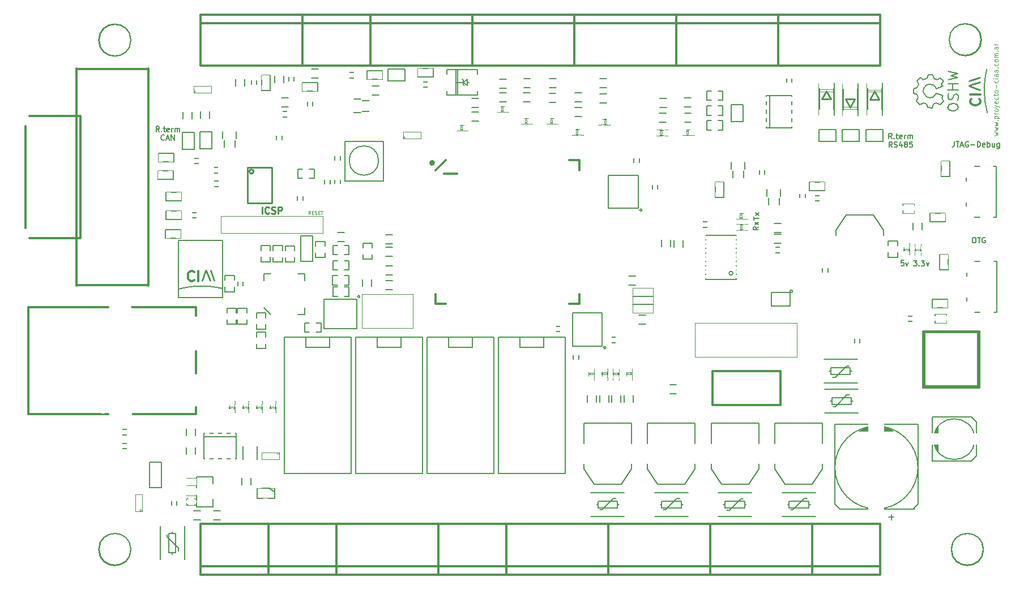
<source format=gto>
G04 #@! TF.FileFunction,Legend,Top*
%FSLAX46Y46*%
G04 Gerber Fmt 4.6, Leading zero omitted, Abs format (unit mm)*
G04 Created by KiCad (PCBNEW 4.0.2+dfsg1-2~bpo8+1-stable) date vie 30 sep 2016 00:33:51 ART*
%MOMM*%
G01*
G04 APERTURE LIST*
%ADD10C,0.150000*%
%ADD11C,0.125000*%
%ADD12C,0.279400*%
%ADD13C,0.200000*%
%ADD14C,0.300000*%
%ADD15C,0.250000*%
%ADD16C,0.304800*%
%ADD17C,0.127000*%
%ADD18C,0.203200*%
%ADD19C,0.066040*%
%ADD20C,0.101600*%
%ADD21C,0.099060*%
%ADD22C,0.254000*%
%ADD23C,0.177800*%
%ADD24C,0.000120*%
%ADD25C,0.198120*%
%ADD26C,0.078740*%
%ADD27C,0.119380*%
%ADD28C,0.508000*%
%ADD29C,0.381000*%
%ADD30R,1.750800X1.550800*%
%ADD31C,3.860800*%
%ADD32R,1.574800X1.574800*%
%ADD33C,1.574800*%
%ADD34R,1.450800X2.150800*%
%ADD35R,1.550800X1.750800*%
%ADD36C,1.550800*%
%ADD37C,2.250800*%
%ADD38C,1.850800*%
%ADD39R,1.850800X1.850800*%
%ADD40R,2.451100X6.051300*%
%ADD41R,3.708400X2.082800*%
%ADD42R,1.066800X2.082800*%
%ADD43C,3.901440*%
%ADD44C,2.590800*%
%ADD45R,0.848360X0.848360*%
%ADD46R,2.590800X2.590800*%
%ADD47R,1.051560X0.949960*%
%ADD48R,0.949960X1.051560*%
%ADD49R,3.649980X1.651000*%
%ADD50R,1.854200X1.651000*%
%ADD51R,1.651000X1.854200*%
%ADD52R,1.399540X0.701040*%
%ADD53R,2.250440X1.849120*%
%ADD54R,0.751840X1.051560*%
%ADD55R,1.193800X0.685800*%
%ADD56R,0.685800X1.193800*%
%ADD57R,1.320800X1.016000*%
%ADD58R,1.399540X0.449580*%
%ADD59R,1.551940X2.151380*%
%ADD60R,1.950720X2.451100*%
%ADD61R,1.950720X1.851660*%
%ADD62R,1.016000X1.320800*%
%ADD63R,2.049780X7.650480*%
%ADD64R,1.651000X1.651000*%
%ADD65C,1.651000*%
%ADD66R,1.549400X1.049020*%
%ADD67R,2.049780X1.049020*%
%ADD68O,3.749040X2.250440*%
%ADD69O,1.549400X1.049020*%
%ADD70R,0.850900X1.051560*%
%ADD71R,1.750800X0.950800*%
%ADD72R,1.050800X2.550800*%
%ADD73R,2.550800X1.050800*%
%ADD74R,0.500800X0.500800*%
%ADD75R,1.193800X0.304800*%
%ADD76R,0.304800X1.193800*%
%ADD77R,1.320800X0.431800*%
%ADD78R,1.249680X1.051560*%
%ADD79R,1.521460X0.469900*%
%ADD80R,1.551940X0.304800*%
%ADD81R,0.304800X1.551940*%
%ADD82R,1.851660X2.250440*%
%ADD83R,1.051560X0.850900*%
%ADD84R,0.950800X0.550800*%
%ADD85R,0.550800X0.950800*%
%ADD86R,2.250440X0.650240*%
%ADD87R,0.650240X2.250440*%
%ADD88C,2.540000*%
%ADD89C,4.550800*%
G04 APERTURE END LIST*
D10*
D11*
X178500000Y-50433330D02*
X178966667Y-50299997D01*
X178633333Y-50166663D01*
X178966667Y-50033330D01*
X178500000Y-49899997D01*
X178500000Y-49699997D02*
X178966667Y-49566664D01*
X178633333Y-49433330D01*
X178966667Y-49299997D01*
X178500000Y-49166664D01*
X178500000Y-48966664D02*
X178966667Y-48833331D01*
X178633333Y-48699997D01*
X178966667Y-48566664D01*
X178500000Y-48433331D01*
X178900000Y-48166664D02*
X178933333Y-48133331D01*
X178966667Y-48166664D01*
X178933333Y-48199998D01*
X178900000Y-48166664D01*
X178966667Y-48166664D01*
X178500000Y-47833331D02*
X179200000Y-47833331D01*
X178533333Y-47833331D02*
X178500000Y-47766665D01*
X178500000Y-47633331D01*
X178533333Y-47566665D01*
X178566667Y-47533331D01*
X178633333Y-47499998D01*
X178833333Y-47499998D01*
X178900000Y-47533331D01*
X178933333Y-47566665D01*
X178966667Y-47633331D01*
X178966667Y-47766665D01*
X178933333Y-47833331D01*
X178966667Y-47199998D02*
X178500000Y-47199998D01*
X178633333Y-47199998D02*
X178566667Y-47166665D01*
X178533333Y-47133332D01*
X178500000Y-47066665D01*
X178500000Y-46999998D01*
X178966667Y-46666665D02*
X178933333Y-46733332D01*
X178900000Y-46766665D01*
X178833333Y-46799999D01*
X178633333Y-46799999D01*
X178566667Y-46766665D01*
X178533333Y-46733332D01*
X178500000Y-46666665D01*
X178500000Y-46566665D01*
X178533333Y-46499999D01*
X178566667Y-46466665D01*
X178633333Y-46433332D01*
X178833333Y-46433332D01*
X178900000Y-46466665D01*
X178933333Y-46499999D01*
X178966667Y-46566665D01*
X178966667Y-46666665D01*
X178500000Y-46199999D02*
X178966667Y-46033332D01*
X178500000Y-45866666D02*
X178966667Y-46033332D01*
X179133333Y-46099999D01*
X179166667Y-46133332D01*
X179200000Y-46199999D01*
X178933333Y-45333333D02*
X178966667Y-45399999D01*
X178966667Y-45533333D01*
X178933333Y-45599999D01*
X178866667Y-45633333D01*
X178600000Y-45633333D01*
X178533333Y-45599999D01*
X178500000Y-45533333D01*
X178500000Y-45399999D01*
X178533333Y-45333333D01*
X178600000Y-45299999D01*
X178666667Y-45299999D01*
X178733333Y-45633333D01*
X178933333Y-44699999D02*
X178966667Y-44766666D01*
X178966667Y-44899999D01*
X178933333Y-44966666D01*
X178900000Y-44999999D01*
X178833333Y-45033333D01*
X178633333Y-45033333D01*
X178566667Y-44999999D01*
X178533333Y-44966666D01*
X178500000Y-44899999D01*
X178500000Y-44766666D01*
X178533333Y-44699999D01*
X178500000Y-44499999D02*
X178500000Y-44233333D01*
X178266667Y-44399999D02*
X178866667Y-44399999D01*
X178933333Y-44366666D01*
X178966667Y-44299999D01*
X178966667Y-44233333D01*
X178966667Y-43899999D02*
X178933333Y-43966666D01*
X178900000Y-43999999D01*
X178833333Y-44033333D01*
X178633333Y-44033333D01*
X178566667Y-43999999D01*
X178533333Y-43966666D01*
X178500000Y-43899999D01*
X178500000Y-43799999D01*
X178533333Y-43733333D01*
X178566667Y-43699999D01*
X178633333Y-43666666D01*
X178833333Y-43666666D01*
X178900000Y-43699999D01*
X178933333Y-43733333D01*
X178966667Y-43799999D01*
X178966667Y-43899999D01*
X178700000Y-43366666D02*
X178700000Y-42833333D01*
X178933333Y-42199999D02*
X178966667Y-42266666D01*
X178966667Y-42399999D01*
X178933333Y-42466666D01*
X178900000Y-42499999D01*
X178833333Y-42533333D01*
X178633333Y-42533333D01*
X178566667Y-42499999D01*
X178533333Y-42466666D01*
X178500000Y-42399999D01*
X178500000Y-42266666D01*
X178533333Y-42199999D01*
X178966667Y-41899999D02*
X178500000Y-41899999D01*
X178266667Y-41899999D02*
X178300000Y-41933333D01*
X178333333Y-41899999D01*
X178300000Y-41866666D01*
X178266667Y-41899999D01*
X178333333Y-41899999D01*
X178966667Y-41266666D02*
X178600000Y-41266666D01*
X178533333Y-41300000D01*
X178500000Y-41366666D01*
X178500000Y-41500000D01*
X178533333Y-41566666D01*
X178933333Y-41266666D02*
X178966667Y-41333333D01*
X178966667Y-41500000D01*
X178933333Y-41566666D01*
X178866667Y-41600000D01*
X178800000Y-41600000D01*
X178733333Y-41566666D01*
X178700000Y-41500000D01*
X178700000Y-41333333D01*
X178666667Y-41266666D01*
X178966667Y-40633333D02*
X178600000Y-40633333D01*
X178533333Y-40666667D01*
X178500000Y-40733333D01*
X178500000Y-40866667D01*
X178533333Y-40933333D01*
X178933333Y-40633333D02*
X178966667Y-40700000D01*
X178966667Y-40866667D01*
X178933333Y-40933333D01*
X178866667Y-40966667D01*
X178800000Y-40966667D01*
X178733333Y-40933333D01*
X178700000Y-40866667D01*
X178700000Y-40700000D01*
X178666667Y-40633333D01*
X178900000Y-40300000D02*
X178933333Y-40266667D01*
X178966667Y-40300000D01*
X178933333Y-40333334D01*
X178900000Y-40300000D01*
X178966667Y-40300000D01*
X178933333Y-39666667D02*
X178966667Y-39733334D01*
X178966667Y-39866667D01*
X178933333Y-39933334D01*
X178900000Y-39966667D01*
X178833333Y-40000001D01*
X178633333Y-40000001D01*
X178566667Y-39966667D01*
X178533333Y-39933334D01*
X178500000Y-39866667D01*
X178500000Y-39733334D01*
X178533333Y-39666667D01*
X178966667Y-39266667D02*
X178933333Y-39333334D01*
X178900000Y-39366667D01*
X178833333Y-39400001D01*
X178633333Y-39400001D01*
X178566667Y-39366667D01*
X178533333Y-39333334D01*
X178500000Y-39266667D01*
X178500000Y-39166667D01*
X178533333Y-39100001D01*
X178566667Y-39066667D01*
X178633333Y-39033334D01*
X178833333Y-39033334D01*
X178900000Y-39066667D01*
X178933333Y-39100001D01*
X178966667Y-39166667D01*
X178966667Y-39266667D01*
X178966667Y-38733334D02*
X178500000Y-38733334D01*
X178566667Y-38733334D02*
X178533333Y-38700001D01*
X178500000Y-38633334D01*
X178500000Y-38533334D01*
X178533333Y-38466668D01*
X178600000Y-38433334D01*
X178966667Y-38433334D01*
X178600000Y-38433334D02*
X178533333Y-38400001D01*
X178500000Y-38333334D01*
X178500000Y-38233334D01*
X178533333Y-38166668D01*
X178600000Y-38133334D01*
X178966667Y-38133334D01*
X178900000Y-37800001D02*
X178933333Y-37766668D01*
X178966667Y-37800001D01*
X178933333Y-37833335D01*
X178900000Y-37800001D01*
X178966667Y-37800001D01*
X178966667Y-37166668D02*
X178600000Y-37166668D01*
X178533333Y-37200002D01*
X178500000Y-37266668D01*
X178500000Y-37400002D01*
X178533333Y-37466668D01*
X178933333Y-37166668D02*
X178966667Y-37233335D01*
X178966667Y-37400002D01*
X178933333Y-37466668D01*
X178866667Y-37500002D01*
X178800000Y-37500002D01*
X178733333Y-37466668D01*
X178700000Y-37400002D01*
X178700000Y-37233335D01*
X178666667Y-37166668D01*
X178966667Y-36833335D02*
X178500000Y-36833335D01*
X178633333Y-36833335D02*
X178566667Y-36800002D01*
X178533333Y-36766669D01*
X178500000Y-36700002D01*
X178500000Y-36633335D01*
D12*
X174687600Y-43057800D02*
X176237000Y-43591200D01*
X174687600Y-42295800D02*
X176237000Y-41762400D01*
X174687600Y-42295800D02*
X176237000Y-41762400D01*
X174687600Y-43057800D02*
X176237000Y-43591200D01*
X174687600Y-42930800D02*
X176237000Y-42397400D01*
X174687600Y-42930800D02*
X176237000Y-42397400D01*
D13*
X177283181Y-40527217D02*
G75*
G03X177375000Y-47025000I12791819J-3068783D01*
G01*
D14*
X176185714Y-44967857D02*
X176257143Y-45039286D01*
X176328571Y-45253572D01*
X176328571Y-45396429D01*
X176257143Y-45610714D01*
X176114286Y-45753572D01*
X175971429Y-45825000D01*
X175685714Y-45896429D01*
X175471429Y-45896429D01*
X175185714Y-45825000D01*
X175042857Y-45753572D01*
X174900000Y-45610714D01*
X174828571Y-45396429D01*
X174828571Y-45253572D01*
X174900000Y-45039286D01*
X174971429Y-44967857D01*
X176328571Y-44325000D02*
X174828571Y-44325000D01*
D10*
X143161905Y-64076190D02*
X142780952Y-64342857D01*
X143161905Y-64533333D02*
X142361905Y-64533333D01*
X142361905Y-64228571D01*
X142400000Y-64152380D01*
X142438095Y-64114285D01*
X142514286Y-64076190D01*
X142628571Y-64076190D01*
X142704762Y-64114285D01*
X142742857Y-64152380D01*
X142780952Y-64228571D01*
X142780952Y-64533333D01*
X143161905Y-63809523D02*
X142628571Y-63390476D01*
X142628571Y-63809523D02*
X143161905Y-63390476D01*
X142461905Y-63077381D02*
X142461905Y-62620238D01*
X143261905Y-62848809D02*
X142461905Y-62848809D01*
X143261905Y-62429761D02*
X142728571Y-62010714D01*
X142728571Y-62429761D02*
X143261905Y-62010714D01*
X175344048Y-65686905D02*
X175496429Y-65686905D01*
X175572620Y-65725000D01*
X175648810Y-65801190D01*
X175686905Y-65953571D01*
X175686905Y-66220238D01*
X175648810Y-66372619D01*
X175572620Y-66448810D01*
X175496429Y-66486905D01*
X175344048Y-66486905D01*
X175267858Y-66448810D01*
X175191667Y-66372619D01*
X175153572Y-66220238D01*
X175153572Y-65953571D01*
X175191667Y-65801190D01*
X175267858Y-65725000D01*
X175344048Y-65686905D01*
X175915476Y-65686905D02*
X176372619Y-65686905D01*
X176144048Y-66486905D02*
X176144048Y-65686905D01*
X177058334Y-65725000D02*
X176982143Y-65686905D01*
X176867858Y-65686905D01*
X176753572Y-65725000D01*
X176677381Y-65801190D01*
X176639286Y-65877381D01*
X176601191Y-66029762D01*
X176601191Y-66144048D01*
X176639286Y-66296429D01*
X176677381Y-66372619D01*
X176753572Y-66448810D01*
X176867858Y-66486905D01*
X176944048Y-66486905D01*
X177058334Y-66448810D01*
X177096429Y-66410714D01*
X177096429Y-66144048D01*
X176944048Y-66144048D01*
X172442857Y-51336905D02*
X172442857Y-51908333D01*
X172404761Y-52022619D01*
X172328571Y-52098810D01*
X172214285Y-52136905D01*
X172138095Y-52136905D01*
X172709523Y-51336905D02*
X173166666Y-51336905D01*
X172938095Y-52136905D02*
X172938095Y-51336905D01*
X173395238Y-51908333D02*
X173776190Y-51908333D01*
X173319047Y-52136905D02*
X173585714Y-51336905D01*
X173852381Y-52136905D01*
X174538095Y-51375000D02*
X174461904Y-51336905D01*
X174347619Y-51336905D01*
X174233333Y-51375000D01*
X174157142Y-51451190D01*
X174119047Y-51527381D01*
X174080952Y-51679762D01*
X174080952Y-51794048D01*
X174119047Y-51946429D01*
X174157142Y-52022619D01*
X174233333Y-52098810D01*
X174347619Y-52136905D01*
X174423809Y-52136905D01*
X174538095Y-52098810D01*
X174576190Y-52060714D01*
X174576190Y-51794048D01*
X174423809Y-51794048D01*
X174919047Y-51832143D02*
X175528571Y-51832143D01*
X175909523Y-52136905D02*
X175909523Y-51336905D01*
X176099999Y-51336905D01*
X176214285Y-51375000D01*
X176290476Y-51451190D01*
X176328571Y-51527381D01*
X176366666Y-51679762D01*
X176366666Y-51794048D01*
X176328571Y-51946429D01*
X176290476Y-52022619D01*
X176214285Y-52098810D01*
X176099999Y-52136905D01*
X175909523Y-52136905D01*
X177014285Y-52098810D02*
X176938095Y-52136905D01*
X176785714Y-52136905D01*
X176709523Y-52098810D01*
X176671428Y-52022619D01*
X176671428Y-51717857D01*
X176709523Y-51641667D01*
X176785714Y-51603571D01*
X176938095Y-51603571D01*
X177014285Y-51641667D01*
X177052380Y-51717857D01*
X177052380Y-51794048D01*
X176671428Y-51870238D01*
X177395237Y-52136905D02*
X177395237Y-51336905D01*
X177395237Y-51641667D02*
X177471428Y-51603571D01*
X177623809Y-51603571D01*
X177699999Y-51641667D01*
X177738094Y-51679762D01*
X177776190Y-51755952D01*
X177776190Y-51984524D01*
X177738094Y-52060714D01*
X177699999Y-52098810D01*
X177623809Y-52136905D01*
X177471428Y-52136905D01*
X177395237Y-52098810D01*
X178461904Y-51603571D02*
X178461904Y-52136905D01*
X178119047Y-51603571D02*
X178119047Y-52022619D01*
X178157142Y-52098810D01*
X178233333Y-52136905D01*
X178347619Y-52136905D01*
X178423809Y-52098810D01*
X178461904Y-52060714D01*
X179185714Y-51603571D02*
X179185714Y-52251190D01*
X179147619Y-52327381D01*
X179109524Y-52365476D01*
X179033333Y-52403571D01*
X178919048Y-52403571D01*
X178842857Y-52365476D01*
X179185714Y-52098810D02*
X179109524Y-52136905D01*
X178957143Y-52136905D01*
X178880952Y-52098810D01*
X178842857Y-52060714D01*
X178804762Y-51984524D01*
X178804762Y-51755952D01*
X178842857Y-51679762D01*
X178880952Y-51641667D01*
X178957143Y-51603571D01*
X179109524Y-51603571D01*
X179185714Y-51641667D01*
X166357143Y-69161905D02*
X166852381Y-69161905D01*
X166585714Y-69466667D01*
X166700000Y-69466667D01*
X166776190Y-69504762D01*
X166814286Y-69542857D01*
X166852381Y-69619048D01*
X166852381Y-69809524D01*
X166814286Y-69885714D01*
X166776190Y-69923810D01*
X166700000Y-69961905D01*
X166471428Y-69961905D01*
X166395238Y-69923810D01*
X166357143Y-69885714D01*
X167195238Y-69885714D02*
X167233333Y-69923810D01*
X167195238Y-69961905D01*
X167157143Y-69923810D01*
X167195238Y-69885714D01*
X167195238Y-69961905D01*
X167500000Y-69161905D02*
X167995238Y-69161905D01*
X167728571Y-69466667D01*
X167842857Y-69466667D01*
X167919047Y-69504762D01*
X167957143Y-69542857D01*
X167995238Y-69619048D01*
X167995238Y-69809524D01*
X167957143Y-69885714D01*
X167919047Y-69923810D01*
X167842857Y-69961905D01*
X167614285Y-69961905D01*
X167538095Y-69923810D01*
X167500000Y-69885714D01*
X168261905Y-69428571D02*
X168452381Y-69961905D01*
X168642857Y-69428571D01*
X164885715Y-69136905D02*
X164504762Y-69136905D01*
X164466667Y-69517857D01*
X164504762Y-69479762D01*
X164580953Y-69441667D01*
X164771429Y-69441667D01*
X164847619Y-69479762D01*
X164885715Y-69517857D01*
X164923810Y-69594048D01*
X164923810Y-69784524D01*
X164885715Y-69860714D01*
X164847619Y-69898810D01*
X164771429Y-69936905D01*
X164580953Y-69936905D01*
X164504762Y-69898810D01*
X164466667Y-69860714D01*
X165190477Y-69403571D02*
X165380953Y-69936905D01*
X165571429Y-69403571D01*
X163129762Y-50901905D02*
X162863095Y-50520952D01*
X162672619Y-50901905D02*
X162672619Y-50101905D01*
X162977381Y-50101905D01*
X163053572Y-50140000D01*
X163091667Y-50178095D01*
X163129762Y-50254286D01*
X163129762Y-50368571D01*
X163091667Y-50444762D01*
X163053572Y-50482857D01*
X162977381Y-50520952D01*
X162672619Y-50520952D01*
X163472619Y-50825714D02*
X163510714Y-50863810D01*
X163472619Y-50901905D01*
X163434524Y-50863810D01*
X163472619Y-50825714D01*
X163472619Y-50901905D01*
X163739285Y-50368571D02*
X164044047Y-50368571D01*
X163853571Y-50101905D02*
X163853571Y-50787619D01*
X163891666Y-50863810D01*
X163967857Y-50901905D01*
X164044047Y-50901905D01*
X164615476Y-50863810D02*
X164539286Y-50901905D01*
X164386905Y-50901905D01*
X164310714Y-50863810D01*
X164272619Y-50787619D01*
X164272619Y-50482857D01*
X164310714Y-50406667D01*
X164386905Y-50368571D01*
X164539286Y-50368571D01*
X164615476Y-50406667D01*
X164653571Y-50482857D01*
X164653571Y-50559048D01*
X164272619Y-50635238D01*
X164996428Y-50901905D02*
X164996428Y-50368571D01*
X164996428Y-50520952D02*
X165034523Y-50444762D01*
X165072619Y-50406667D01*
X165148809Y-50368571D01*
X165225000Y-50368571D01*
X165491666Y-50901905D02*
X165491666Y-50368571D01*
X165491666Y-50444762D02*
X165529761Y-50406667D01*
X165605952Y-50368571D01*
X165720238Y-50368571D01*
X165796428Y-50406667D01*
X165834523Y-50482857D01*
X165834523Y-50901905D01*
X165834523Y-50482857D02*
X165872619Y-50406667D01*
X165948809Y-50368571D01*
X166063095Y-50368571D01*
X166139285Y-50406667D01*
X166177380Y-50482857D01*
X166177380Y-50901905D01*
X163148809Y-52171905D02*
X162882142Y-51790952D01*
X162691666Y-52171905D02*
X162691666Y-51371905D01*
X162996428Y-51371905D01*
X163072619Y-51410000D01*
X163110714Y-51448095D01*
X163148809Y-51524286D01*
X163148809Y-51638571D01*
X163110714Y-51714762D01*
X163072619Y-51752857D01*
X162996428Y-51790952D01*
X162691666Y-51790952D01*
X163453571Y-52133810D02*
X163567857Y-52171905D01*
X163758333Y-52171905D01*
X163834523Y-52133810D01*
X163872619Y-52095714D01*
X163910714Y-52019524D01*
X163910714Y-51943333D01*
X163872619Y-51867143D01*
X163834523Y-51829048D01*
X163758333Y-51790952D01*
X163605952Y-51752857D01*
X163529761Y-51714762D01*
X163491666Y-51676667D01*
X163453571Y-51600476D01*
X163453571Y-51524286D01*
X163491666Y-51448095D01*
X163529761Y-51410000D01*
X163605952Y-51371905D01*
X163796428Y-51371905D01*
X163910714Y-51410000D01*
X164596428Y-51638571D02*
X164596428Y-52171905D01*
X164405952Y-51333810D02*
X164215476Y-51905238D01*
X164710714Y-51905238D01*
X165129762Y-51714762D02*
X165053571Y-51676667D01*
X165015476Y-51638571D01*
X164977381Y-51562381D01*
X164977381Y-51524286D01*
X165015476Y-51448095D01*
X165053571Y-51410000D01*
X165129762Y-51371905D01*
X165282143Y-51371905D01*
X165358333Y-51410000D01*
X165396429Y-51448095D01*
X165434524Y-51524286D01*
X165434524Y-51562381D01*
X165396429Y-51638571D01*
X165358333Y-51676667D01*
X165282143Y-51714762D01*
X165129762Y-51714762D01*
X165053571Y-51752857D01*
X165015476Y-51790952D01*
X164977381Y-51867143D01*
X164977381Y-52019524D01*
X165015476Y-52095714D01*
X165053571Y-52133810D01*
X165129762Y-52171905D01*
X165282143Y-52171905D01*
X165358333Y-52133810D01*
X165396429Y-52095714D01*
X165434524Y-52019524D01*
X165434524Y-51867143D01*
X165396429Y-51790952D01*
X165358333Y-51752857D01*
X165282143Y-51714762D01*
X166158334Y-51371905D02*
X165777381Y-51371905D01*
X165739286Y-51752857D01*
X165777381Y-51714762D01*
X165853572Y-51676667D01*
X166044048Y-51676667D01*
X166120238Y-51714762D01*
X166158334Y-51752857D01*
X166196429Y-51829048D01*
X166196429Y-52019524D01*
X166158334Y-52095714D01*
X166120238Y-52133810D01*
X166044048Y-52171905D01*
X165853572Y-52171905D01*
X165777381Y-52133810D01*
X165739286Y-52095714D01*
D13*
X56478600Y-66168000D02*
X56478600Y-74677000D01*
X56478600Y-74677000D02*
X63082600Y-74677000D01*
X63082600Y-74677000D02*
X63082600Y-66168000D01*
X56478600Y-66168000D02*
X63082600Y-66168000D01*
D12*
X60517200Y-70587600D02*
X59983800Y-72137000D01*
X60644200Y-70587600D02*
X61177600Y-72137000D01*
X61279200Y-70587600D02*
X61812600Y-72137000D01*
D14*
X58795543Y-72088514D02*
X58724114Y-72159943D01*
X58509828Y-72231371D01*
X58366971Y-72231371D01*
X58152686Y-72159943D01*
X58009828Y-72017086D01*
X57938400Y-71874229D01*
X57866971Y-71588514D01*
X57866971Y-71374229D01*
X57938400Y-71088514D01*
X58009828Y-70945657D01*
X58152686Y-70802800D01*
X58366971Y-70731371D01*
X58509828Y-70731371D01*
X58724114Y-70802800D01*
X58795543Y-70874229D01*
X59438400Y-72231371D02*
X59438400Y-70731371D01*
D10*
X53579762Y-49876905D02*
X53313095Y-49495952D01*
X53122619Y-49876905D02*
X53122619Y-49076905D01*
X53427381Y-49076905D01*
X53503572Y-49115000D01*
X53541667Y-49153095D01*
X53579762Y-49229286D01*
X53579762Y-49343571D01*
X53541667Y-49419762D01*
X53503572Y-49457857D01*
X53427381Y-49495952D01*
X53122619Y-49495952D01*
X53922619Y-49800714D02*
X53960714Y-49838810D01*
X53922619Y-49876905D01*
X53884524Y-49838810D01*
X53922619Y-49800714D01*
X53922619Y-49876905D01*
X54189285Y-49343571D02*
X54494047Y-49343571D01*
X54303571Y-49076905D02*
X54303571Y-49762619D01*
X54341666Y-49838810D01*
X54417857Y-49876905D01*
X54494047Y-49876905D01*
X55065476Y-49838810D02*
X54989286Y-49876905D01*
X54836905Y-49876905D01*
X54760714Y-49838810D01*
X54722619Y-49762619D01*
X54722619Y-49457857D01*
X54760714Y-49381667D01*
X54836905Y-49343571D01*
X54989286Y-49343571D01*
X55065476Y-49381667D01*
X55103571Y-49457857D01*
X55103571Y-49534048D01*
X54722619Y-49610238D01*
X55446428Y-49876905D02*
X55446428Y-49343571D01*
X55446428Y-49495952D02*
X55484523Y-49419762D01*
X55522619Y-49381667D01*
X55598809Y-49343571D01*
X55675000Y-49343571D01*
X55941666Y-49876905D02*
X55941666Y-49343571D01*
X55941666Y-49419762D02*
X55979761Y-49381667D01*
X56055952Y-49343571D01*
X56170238Y-49343571D01*
X56246428Y-49381667D01*
X56284523Y-49457857D01*
X56284523Y-49876905D01*
X56284523Y-49457857D02*
X56322619Y-49381667D01*
X56398809Y-49343571D01*
X56513095Y-49343571D01*
X56589285Y-49381667D01*
X56627380Y-49457857D01*
X56627380Y-49876905D01*
X54360715Y-51070714D02*
X54322620Y-51108810D01*
X54208334Y-51146905D01*
X54132144Y-51146905D01*
X54017858Y-51108810D01*
X53941667Y-51032619D01*
X53903572Y-50956429D01*
X53865477Y-50804048D01*
X53865477Y-50689762D01*
X53903572Y-50537381D01*
X53941667Y-50461190D01*
X54017858Y-50385000D01*
X54132144Y-50346905D01*
X54208334Y-50346905D01*
X54322620Y-50385000D01*
X54360715Y-50423095D01*
X54665477Y-50918333D02*
X55046429Y-50918333D01*
X54589286Y-51146905D02*
X54855953Y-50346905D01*
X55122620Y-51146905D01*
X55389286Y-51146905D02*
X55389286Y-50346905D01*
X55846429Y-51146905D01*
X55846429Y-50346905D01*
D11*
X76213510Y-62241290D02*
X76046843Y-62003195D01*
X75927796Y-62241290D02*
X75927796Y-61741290D01*
X76118272Y-61741290D01*
X76165891Y-61765100D01*
X76189700Y-61788910D01*
X76213510Y-61836529D01*
X76213510Y-61907957D01*
X76189700Y-61955576D01*
X76165891Y-61979386D01*
X76118272Y-62003195D01*
X75927796Y-62003195D01*
X76427796Y-61979386D02*
X76594462Y-61979386D01*
X76665891Y-62241290D02*
X76427796Y-62241290D01*
X76427796Y-61741290D01*
X76665891Y-61741290D01*
X76856367Y-62217481D02*
X76927796Y-62241290D01*
X77046843Y-62241290D01*
X77094462Y-62217481D01*
X77118272Y-62193671D01*
X77142081Y-62146052D01*
X77142081Y-62098433D01*
X77118272Y-62050814D01*
X77094462Y-62027005D01*
X77046843Y-62003195D01*
X76951605Y-61979386D01*
X76903986Y-61955576D01*
X76880177Y-61931767D01*
X76856367Y-61884148D01*
X76856367Y-61836529D01*
X76880177Y-61788910D01*
X76903986Y-61765100D01*
X76951605Y-61741290D01*
X77070653Y-61741290D01*
X77142081Y-61765100D01*
X77356367Y-61979386D02*
X77523033Y-61979386D01*
X77594462Y-62241290D02*
X77356367Y-62241290D01*
X77356367Y-61741290D01*
X77594462Y-61741290D01*
X77737319Y-61741290D02*
X78023033Y-61741290D01*
X77880176Y-62241290D02*
X77880176Y-61741290D01*
D15*
X68948810Y-62127381D02*
X68948810Y-61127381D01*
X69996429Y-62032143D02*
X69948810Y-62079762D01*
X69805953Y-62127381D01*
X69710715Y-62127381D01*
X69567857Y-62079762D01*
X69472619Y-61984524D01*
X69425000Y-61889286D01*
X69377381Y-61698810D01*
X69377381Y-61555952D01*
X69425000Y-61365476D01*
X69472619Y-61270238D01*
X69567857Y-61175000D01*
X69710715Y-61127381D01*
X69805953Y-61127381D01*
X69948810Y-61175000D01*
X69996429Y-61222619D01*
X70377381Y-62079762D02*
X70520238Y-62127381D01*
X70758334Y-62127381D01*
X70853572Y-62079762D01*
X70901191Y-62032143D01*
X70948810Y-61936905D01*
X70948810Y-61841667D01*
X70901191Y-61746429D01*
X70853572Y-61698810D01*
X70758334Y-61651190D01*
X70567857Y-61603571D01*
X70472619Y-61555952D01*
X70425000Y-61508333D01*
X70377381Y-61413095D01*
X70377381Y-61317857D01*
X70425000Y-61222619D01*
X70472619Y-61175000D01*
X70567857Y-61127381D01*
X70805953Y-61127381D01*
X70948810Y-61175000D01*
X71377381Y-62127381D02*
X71377381Y-61127381D01*
X71758334Y-61127381D01*
X71853572Y-61175000D01*
X71901191Y-61222619D01*
X71948810Y-61317857D01*
X71948810Y-61460714D01*
X71901191Y-61555952D01*
X71853572Y-61603571D01*
X71758334Y-61651190D01*
X71377381Y-61651190D01*
D14*
X58795543Y-72088514D02*
X58724114Y-72159943D01*
X58509828Y-72231371D01*
X58366971Y-72231371D01*
X58152686Y-72159943D01*
X58009828Y-72017086D01*
X57938400Y-71874229D01*
X57866971Y-71588514D01*
X57866971Y-71374229D01*
X57938400Y-71088514D01*
X58009828Y-70945657D01*
X58152686Y-70802800D01*
X58366971Y-70731371D01*
X58509828Y-70731371D01*
X58724114Y-70802800D01*
X58795543Y-70874229D01*
X59438400Y-72231371D02*
X59438400Y-70731371D01*
D12*
X61279200Y-70587600D02*
X61812600Y-72137000D01*
X60644200Y-70587600D02*
X61177600Y-72137000D01*
D13*
X62976383Y-73315181D02*
G75*
G03X56478600Y-73407000I-3068783J-12791819D01*
G01*
D12*
X60517200Y-70587600D02*
X59983800Y-72137000D01*
D13*
X56478600Y-66168000D02*
X63082600Y-66168000D01*
X63082600Y-74677000D02*
X63082600Y-66168000D01*
X56478600Y-74677000D02*
X63082600Y-74677000D01*
X56478600Y-66168000D02*
X56478600Y-74677000D01*
D10*
X83583605Y-74550000D02*
G75*
G03X83583605Y-74550000I-179605J0D01*
G01*
X83150000Y-79376000D02*
X83150000Y-74931000D01*
X83150000Y-74931000D02*
X78197000Y-74931000D01*
X78197000Y-74931000D02*
X78197000Y-79376000D01*
X78197000Y-79376000D02*
X83150000Y-79376000D01*
D16*
X41843500Y-65799500D02*
X34223500Y-65799500D01*
X41843500Y-65799500D02*
X34223500Y-65799500D01*
X41843500Y-65799500D02*
X34223500Y-65799500D01*
X41843500Y-65799500D02*
X34223500Y-65799500D01*
X51843500Y-40499500D02*
X44223500Y-40499500D01*
X51843500Y-40499500D02*
X44223500Y-40499500D01*
X51843500Y-40499500D02*
X44223500Y-40499500D01*
X51843500Y-40499500D02*
X44223500Y-40499500D01*
X48843500Y-40499500D02*
X41223500Y-40499500D01*
X48843500Y-40499500D02*
X41223500Y-40499500D01*
X48843500Y-40499500D02*
X41223500Y-40499500D01*
X48843500Y-40499500D02*
X41223500Y-40499500D01*
X41843500Y-47499500D02*
X34223500Y-47499500D01*
X41843500Y-47499500D02*
X34223500Y-47499500D01*
X41843500Y-47499500D02*
X34223500Y-47499500D01*
X44223500Y-72787500D02*
X51843500Y-72787500D01*
X44223500Y-72787500D02*
X51843500Y-72787500D01*
X44223500Y-72787500D02*
X51843500Y-72787500D01*
X44223500Y-72787500D02*
X51843500Y-72787500D01*
X41223500Y-72787500D02*
X48843500Y-72787500D01*
X41223500Y-72787500D02*
X48843500Y-72787500D01*
X41223500Y-72787500D02*
X48843500Y-72787500D01*
X52003500Y-72899500D02*
X52003500Y-40387500D01*
X41223500Y-40387500D02*
X41223500Y-72899500D01*
X41223500Y-72787500D02*
X48843500Y-72787500D01*
X41843500Y-65787500D02*
X41843500Y-47499500D01*
X41843500Y-47499500D02*
X34223500Y-47499500D01*
X33587500Y-64263500D02*
X33587500Y-49023500D01*
D10*
X86388000Y-54185000D02*
G75*
G03X86388000Y-54185000I-2200000J0D01*
G01*
X81388000Y-51285000D02*
X87138000Y-51285000D01*
X87138000Y-51285000D02*
X87138000Y-57285000D01*
X87138000Y-57285000D02*
X81388000Y-57285000D01*
X81388000Y-57285000D02*
X81388000Y-51285000D01*
X120362805Y-82195400D02*
G75*
G03X120362805Y-82195400I-179605J0D01*
G01*
X115357200Y-81941400D02*
X119802200Y-81941400D01*
X119802200Y-81941400D02*
X119802200Y-76988400D01*
X119802200Y-76988400D02*
X115357200Y-76988400D01*
X115357200Y-76988400D02*
X115357200Y-81941400D01*
D17*
X111090000Y-80616000D02*
X111090000Y-82170000D01*
X111090000Y-82170000D02*
X107534000Y-82170000D01*
X107534000Y-82170000D02*
X107534000Y-80616000D01*
X104302000Y-80616000D02*
X114322000Y-80616000D01*
X104302000Y-100996000D02*
X104302000Y-80616000D01*
X114322000Y-100996000D02*
X114322000Y-80616000D01*
X104302000Y-100996000D02*
X114322000Y-100996000D01*
X167007000Y-93668000D02*
X156593000Y-93668000D01*
X167007000Y-93668000D02*
X156593000Y-93668000D01*
X167007000Y-103320000D02*
X167007000Y-93668000D01*
X154593000Y-95918000D02*
X154593000Y-105570000D01*
X154593000Y-93668000D02*
X154593000Y-103320000D01*
X155355000Y-106332000D02*
X164245000Y-106332000D01*
X154593000Y-105570000D02*
X155355000Y-106332000D01*
X154593000Y-105570000D02*
X155355000Y-106332000D01*
X155355000Y-106332000D02*
X164245000Y-106332000D01*
X157605000Y-106332000D02*
X166495000Y-106332000D01*
X165007000Y-93668000D02*
X154593000Y-93668000D01*
D10*
X167009871Y-100125000D02*
G75*
G03X167009871Y-100125000I-6209871J0D01*
G01*
D17*
X159784000Y-94049000D02*
X161816000Y-94049000D01*
X162197000Y-94176000D02*
X159276000Y-94176000D01*
X159022000Y-94303000D02*
X162578000Y-94303000D01*
X162959000Y-94430000D02*
X158641000Y-94430000D01*
X158387000Y-94557000D02*
X163213000Y-94557000D01*
X163340000Y-94684000D02*
X158260000Y-94684000D01*
X165007000Y-93668000D02*
X154593000Y-93668000D01*
X154593000Y-93668000D02*
X154593000Y-103320000D01*
X157605000Y-106332000D02*
X166495000Y-106332000D01*
X166245000Y-106332000D02*
X167007000Y-105570000D01*
X167007000Y-105570000D02*
X167007000Y-95918000D01*
X163050000Y-107947000D02*
X163050000Y-107185000D01*
X163431000Y-107566000D02*
X162669000Y-107566000D01*
D18*
X154746500Y-65406500D02*
X154746500Y-64644500D01*
X154746500Y-64644500D02*
X156270500Y-62358500D01*
X156270500Y-62358500D02*
X160334500Y-62358500D01*
X160334500Y-62358500D02*
X161858500Y-64644500D01*
X161858500Y-64644500D02*
X161858500Y-65406500D01*
D16*
X34039100Y-92139500D02*
X45977100Y-92139500D01*
X49152100Y-92139500D02*
X59058100Y-92139500D01*
X34039100Y-76137500D02*
X45977100Y-76137500D01*
X49152100Y-76137500D02*
X59058100Y-76137500D01*
X59058100Y-92139500D02*
X59058100Y-91123500D01*
X59058100Y-82741500D02*
X59058100Y-86043500D01*
X59058100Y-76137500D02*
X59058100Y-77407500D01*
X33993380Y-76137500D02*
X33993380Y-92139500D01*
D19*
X66931080Y-91510080D02*
X66031920Y-91510080D01*
X66031920Y-91510080D02*
X66031920Y-91908860D01*
X66931080Y-91908860D02*
X66031920Y-91908860D01*
X66931080Y-91510080D02*
X66931080Y-91908860D01*
X66931080Y-90212140D02*
X66031920Y-90212140D01*
X66031920Y-90212140D02*
X66031920Y-90610920D01*
X66931080Y-90610920D02*
X66031920Y-90610920D01*
X66931080Y-90212140D02*
X66931080Y-90610920D01*
X66931080Y-91060500D02*
X66781220Y-91060500D01*
X66781220Y-91060500D02*
X66781220Y-91360220D01*
X66931080Y-91360220D02*
X66781220Y-91360220D01*
X66931080Y-91060500D02*
X66931080Y-91360220D01*
X66181780Y-91060500D02*
X66031920Y-91060500D01*
X66031920Y-91060500D02*
X66031920Y-91360220D01*
X66181780Y-91360220D02*
X66031920Y-91360220D01*
X66181780Y-91060500D02*
X66181780Y-91360220D01*
X66631360Y-91060500D02*
X66331640Y-91060500D01*
X66331640Y-91060500D02*
X66331640Y-91360220D01*
X66631360Y-91360220D02*
X66331640Y-91360220D01*
X66631360Y-91060500D02*
X66631360Y-91360220D01*
D20*
X66880280Y-91510080D02*
X66880280Y-90610920D01*
X66082720Y-91510080D02*
X66082720Y-90610920D01*
D17*
X79086000Y-80616000D02*
X79086000Y-82170000D01*
X79086000Y-82170000D02*
X75530000Y-82170000D01*
X75530000Y-82170000D02*
X75530000Y-80616000D01*
X72298000Y-80616000D02*
X82318000Y-80616000D01*
X72298000Y-100996000D02*
X72298000Y-80616000D01*
X82318000Y-100996000D02*
X82318000Y-80616000D01*
X72298000Y-100996000D02*
X82318000Y-100996000D01*
D19*
X64899080Y-91510080D02*
X63999920Y-91510080D01*
X63999920Y-91510080D02*
X63999920Y-91908860D01*
X64899080Y-91908860D02*
X63999920Y-91908860D01*
X64899080Y-91510080D02*
X64899080Y-91908860D01*
X64899080Y-90212140D02*
X63999920Y-90212140D01*
X63999920Y-90212140D02*
X63999920Y-90610920D01*
X64899080Y-90610920D02*
X63999920Y-90610920D01*
X64899080Y-90212140D02*
X64899080Y-90610920D01*
X64899080Y-91060500D02*
X64749220Y-91060500D01*
X64749220Y-91060500D02*
X64749220Y-91360220D01*
X64899080Y-91360220D02*
X64749220Y-91360220D01*
X64899080Y-91060500D02*
X64899080Y-91360220D01*
X64149780Y-91060500D02*
X63999920Y-91060500D01*
X63999920Y-91060500D02*
X63999920Y-91360220D01*
X64149780Y-91360220D02*
X63999920Y-91360220D01*
X64149780Y-91060500D02*
X64149780Y-91360220D01*
X64599360Y-91060500D02*
X64299640Y-91060500D01*
X64299640Y-91060500D02*
X64299640Y-91360220D01*
X64599360Y-91360220D02*
X64299640Y-91360220D01*
X64599360Y-91060500D02*
X64599360Y-91360220D01*
D20*
X64848280Y-91510080D02*
X64848280Y-90610920D01*
X64050720Y-91510080D02*
X64050720Y-90610920D01*
D17*
X100422000Y-80616000D02*
X100422000Y-82170000D01*
X100422000Y-82170000D02*
X96866000Y-82170000D01*
X96866000Y-82170000D02*
X96866000Y-80616000D01*
X93634000Y-80616000D02*
X103654000Y-80616000D01*
X93634000Y-100996000D02*
X93634000Y-80616000D01*
X103654000Y-100996000D02*
X103654000Y-80616000D01*
X93634000Y-100996000D02*
X103654000Y-100996000D01*
X89754000Y-80616000D02*
X89754000Y-82170000D01*
X89754000Y-82170000D02*
X86198000Y-82170000D01*
X86198000Y-82170000D02*
X86198000Y-80616000D01*
X82966000Y-80616000D02*
X92986000Y-80616000D01*
X82966000Y-100996000D02*
X82966000Y-80616000D01*
X92986000Y-100996000D02*
X92986000Y-80616000D01*
X82966000Y-100996000D02*
X92986000Y-100996000D01*
D16*
X146110500Y-32386500D02*
X146110500Y-40006500D01*
X130870500Y-32386500D02*
X130870500Y-40006500D01*
X146110500Y-33656500D02*
X130870500Y-33656500D01*
X146110500Y-40006500D02*
X130870500Y-40006500D01*
X146110500Y-32386500D02*
X130870500Y-32386500D01*
D17*
X65331900Y-73241900D02*
X66144700Y-73241900D01*
X66119300Y-72124300D02*
X65331900Y-72124300D01*
X66144700Y-71870300D02*
X66144700Y-73495900D01*
X66144700Y-73495900D02*
X65331900Y-73495900D01*
X65331900Y-73495900D02*
X65331900Y-71870300D01*
X65331900Y-71870300D02*
X66144700Y-71870300D01*
X47841200Y-96518600D02*
X47841200Y-97331400D01*
X48958800Y-97306000D02*
X48958800Y-96518600D01*
X49212800Y-97331400D02*
X47587200Y-97331400D01*
X47587200Y-97331400D02*
X47587200Y-96518600D01*
X47587200Y-96518600D02*
X49212800Y-96518600D01*
X49212800Y-96518600D02*
X49212800Y-97331400D01*
X169510000Y-95124000D02*
X169510000Y-96648000D01*
X169637000Y-97029000D02*
X169637000Y-94743000D01*
X169764000Y-94489000D02*
X169764000Y-97283000D01*
X169891000Y-97537000D02*
X169891000Y-94235000D01*
X170018000Y-94108000D02*
X170018000Y-97664000D01*
X175479000Y-95886000D02*
G75*
G03X175479000Y-95886000I-3048000J0D01*
G01*
X169129000Y-92584000D02*
X169129000Y-99188000D01*
X169129000Y-99188000D02*
X174971000Y-99188000D01*
X174971000Y-99188000D02*
X175733000Y-98426000D01*
X175733000Y-98426000D02*
X175733000Y-93346000D01*
X175733000Y-93346000D02*
X174971000Y-92584000D01*
X174971000Y-92584000D02*
X169129000Y-92584000D01*
X174590000Y-95886000D02*
X173828000Y-95886000D01*
X174209000Y-95505000D02*
X174209000Y-96267000D01*
X147361200Y-42774600D02*
X148174000Y-42774600D01*
X148148600Y-41657000D02*
X147361200Y-41657000D01*
X148174000Y-41403000D02*
X148174000Y-43028600D01*
X148174000Y-43028600D02*
X147361200Y-43028600D01*
X147361200Y-43028600D02*
X147361200Y-41403000D01*
X147361200Y-41403000D02*
X148174000Y-41403000D01*
X75072800Y-59335400D02*
X74260000Y-59335400D01*
X74285400Y-60453000D02*
X75072800Y-60453000D01*
X74260000Y-60707000D02*
X74260000Y-59081400D01*
X74260000Y-59081400D02*
X75072800Y-59081400D01*
X75072800Y-59081400D02*
X75072800Y-60707000D01*
X75072800Y-60707000D02*
X74260000Y-60707000D01*
X62652200Y-56058800D02*
X62652200Y-55246000D01*
X61534600Y-55271400D02*
X61534600Y-56058800D01*
X61280600Y-55246000D02*
X62906200Y-55246000D01*
X62906200Y-55246000D02*
X62906200Y-56058800D01*
X62906200Y-56058800D02*
X61280600Y-56058800D01*
X61280600Y-56058800D02*
X61280600Y-55246000D01*
X58283400Y-61951600D02*
X58283400Y-62764400D01*
X59401000Y-62739000D02*
X59401000Y-61951600D01*
X59655000Y-62764400D02*
X58029400Y-62764400D01*
X58029400Y-62764400D02*
X58029400Y-61951600D01*
X58029400Y-61951600D02*
X59655000Y-61951600D01*
X59655000Y-61951600D02*
X59655000Y-62764400D01*
X62687760Y-58095880D02*
X62687760Y-57283080D01*
X61570160Y-57308480D02*
X61570160Y-58095880D01*
X61316160Y-57283080D02*
X62941760Y-57283080D01*
X62941760Y-57283080D02*
X62941760Y-58095880D01*
X62941760Y-58095880D02*
X61316160Y-58095880D01*
X61316160Y-58095880D02*
X61316160Y-57283080D01*
D10*
X65116000Y-50166000D02*
X65116000Y-50928000D01*
X65116000Y-50166000D02*
X65116000Y-49912000D01*
X65116000Y-49912000D02*
X63084000Y-49912000D01*
X63084000Y-49912000D02*
X63084000Y-50928000D01*
X63100000Y-50190000D02*
X63100000Y-50940000D01*
X65100000Y-50190000D02*
X65100000Y-50940000D01*
D17*
X63287200Y-52833000D02*
X64912800Y-52833000D01*
X64912800Y-50547000D02*
X63287200Y-50547000D01*
X64912800Y-50089800D02*
X63287200Y-50089800D01*
X63287200Y-50089800D02*
X63287200Y-53290200D01*
X63287200Y-53290200D02*
X64912800Y-53290200D01*
X64912800Y-53290200D02*
X64912800Y-50089800D01*
X59705800Y-54636400D02*
X59705800Y-53823600D01*
X58588200Y-53849000D02*
X58588200Y-54636400D01*
X58334200Y-53823600D02*
X59959800Y-53823600D01*
X59959800Y-53823600D02*
X59959800Y-54636400D01*
X59959800Y-54636400D02*
X58334200Y-54636400D01*
X58334200Y-54636400D02*
X58334200Y-53823600D01*
X122088200Y-81433400D02*
X122088200Y-80620600D01*
X120970600Y-80646000D02*
X120970600Y-81433400D01*
X120716600Y-80620600D02*
X122342200Y-80620600D01*
X122342200Y-80620600D02*
X122342200Y-81433400D01*
X122342200Y-81433400D02*
X120716600Y-81433400D01*
X120716600Y-81433400D02*
X120716600Y-80620600D01*
D10*
X82921400Y-44984400D02*
X83683400Y-44984400D01*
X82921400Y-44984400D02*
X82667400Y-44984400D01*
X82667400Y-44984400D02*
X82667400Y-47016400D01*
X82667400Y-47016400D02*
X83683400Y-47016400D01*
X82945400Y-47000400D02*
X83695400Y-47000400D01*
X82945400Y-45000400D02*
X83695400Y-45000400D01*
D17*
X85588400Y-46813200D02*
X85588400Y-45187600D01*
X83302400Y-45187600D02*
X83302400Y-46813200D01*
X82845200Y-45187600D02*
X82845200Y-46813200D01*
X82845200Y-46813200D02*
X86045600Y-46813200D01*
X86045600Y-46813200D02*
X86045600Y-45187600D01*
X86045600Y-45187600D02*
X82845200Y-45187600D01*
X71910500Y-50229500D02*
X71097700Y-50229500D01*
X71123100Y-51347100D02*
X71910500Y-51347100D01*
X71097700Y-51601100D02*
X71097700Y-49975500D01*
X71097700Y-49975500D02*
X71910500Y-49975500D01*
X71910500Y-49975500D02*
X71910500Y-51601100D01*
X71910500Y-51601100D02*
X71097700Y-51601100D01*
X93964300Y-43206900D02*
X93964300Y-42394100D01*
X92846700Y-42419500D02*
X92846700Y-43206900D01*
X92592700Y-42394100D02*
X94218300Y-42394100D01*
X94218300Y-42394100D02*
X94218300Y-43206900D01*
X94218300Y-43206900D02*
X92592700Y-43206900D01*
X92592700Y-43206900D02*
X92592700Y-42394100D01*
X82946800Y-41809400D02*
X82946800Y-40996600D01*
X81829200Y-41022000D02*
X81829200Y-41809400D01*
X81575200Y-40996600D02*
X83200800Y-40996600D01*
X83200800Y-40996600D02*
X83200800Y-41809400D01*
X83200800Y-41809400D02*
X81575200Y-41809400D01*
X81575200Y-41809400D02*
X81575200Y-40996600D01*
X71796200Y-46838600D02*
X71796200Y-47651400D01*
X72913800Y-47626000D02*
X72913800Y-46838600D01*
X73167800Y-47651400D02*
X71542200Y-47651400D01*
X71542200Y-47651400D02*
X71542200Y-46838600D01*
X71542200Y-46838600D02*
X73167800Y-46838600D01*
X73167800Y-46838600D02*
X73167800Y-47651400D01*
X72933100Y-42597300D02*
X73745900Y-42597300D01*
X73720500Y-41479700D02*
X72933100Y-41479700D01*
X73745900Y-41225700D02*
X73745900Y-42851300D01*
X73745900Y-42851300D02*
X72933100Y-42851300D01*
X72933100Y-42851300D02*
X72933100Y-41225700D01*
X72933100Y-41225700D02*
X73745900Y-41225700D01*
X124526600Y-54788800D02*
X125339400Y-54788800D01*
X125314000Y-53671200D02*
X124526600Y-53671200D01*
X125339400Y-53417200D02*
X125339400Y-55042800D01*
X125339400Y-55042800D02*
X124526600Y-55042800D01*
X124526600Y-55042800D02*
X124526600Y-53417200D01*
X124526600Y-53417200D02*
X125339400Y-53417200D01*
X135778800Y-64161400D02*
X135778800Y-63348600D01*
X134661200Y-63374000D02*
X134661200Y-64161400D01*
X134407200Y-63348600D02*
X136032800Y-63348600D01*
X136032800Y-63348600D02*
X136032800Y-64161400D01*
X136032800Y-64161400D02*
X134407200Y-64161400D01*
X134407200Y-64161400D02*
X134407200Y-63348600D01*
X76539900Y-45162700D02*
X75727100Y-45162700D01*
X75752500Y-46280300D02*
X76539900Y-46280300D01*
X75727100Y-46534300D02*
X75727100Y-44908700D01*
X75727100Y-44908700D02*
X76539900Y-44908700D01*
X76539900Y-44908700D02*
X76539900Y-46534300D01*
X76539900Y-46534300D02*
X75727100Y-46534300D01*
X47851200Y-94413600D02*
X47851200Y-95226400D01*
X48968800Y-95201000D02*
X48968800Y-94413600D01*
X49222800Y-95226400D02*
X47597200Y-95226400D01*
X47597200Y-95226400D02*
X47597200Y-94413600D01*
X47597200Y-94413600D02*
X49222800Y-94413600D01*
X49222800Y-94413600D02*
X49222800Y-95226400D01*
X150167900Y-58941700D02*
X149355100Y-58941700D01*
X149380500Y-60059300D02*
X150167900Y-60059300D01*
X149355100Y-60313300D02*
X149355100Y-58687700D01*
X149355100Y-58687700D02*
X150167900Y-58687700D01*
X150167900Y-58687700D02*
X150167900Y-60313300D01*
X150167900Y-60313300D02*
X149355100Y-60313300D01*
D10*
X146491500Y-58802500D02*
X146491500Y-59564500D01*
X146491500Y-58802500D02*
X146491500Y-58548500D01*
X146491500Y-58548500D02*
X144459500Y-58548500D01*
X144459500Y-58548500D02*
X144459500Y-59564500D01*
X144475500Y-58826500D02*
X144475500Y-59576500D01*
X146475500Y-58826500D02*
X146475500Y-59576500D01*
D17*
X144662700Y-61469500D02*
X146288300Y-61469500D01*
X146288300Y-59183500D02*
X144662700Y-59183500D01*
X146288300Y-58726300D02*
X144662700Y-58726300D01*
X144662700Y-58726300D02*
X144662700Y-61926700D01*
X144662700Y-61926700D02*
X146288300Y-61926700D01*
X146288300Y-61926700D02*
X146288300Y-58726300D01*
X80648100Y-53290200D02*
X79835300Y-53290200D01*
X79860700Y-54407800D02*
X80648100Y-54407800D01*
X79835300Y-54661800D02*
X79835300Y-53036200D01*
X79835300Y-53036200D02*
X80648100Y-53036200D01*
X80648100Y-53036200D02*
X80648100Y-54661800D01*
X80648100Y-54661800D02*
X79835300Y-54661800D01*
X153533400Y-70054200D02*
X152720600Y-70054200D01*
X152746000Y-71171800D02*
X153533400Y-71171800D01*
X152720600Y-71425800D02*
X152720600Y-69800200D01*
X152720600Y-69800200D02*
X153533400Y-69800200D01*
X153533400Y-69800200D02*
X153533400Y-71425800D01*
X153533400Y-71425800D02*
X152720600Y-71425800D01*
X152492000Y-60224400D02*
X152492000Y-59411600D01*
X151374400Y-59437000D02*
X151374400Y-60224400D01*
X151120400Y-59411600D02*
X152746000Y-59411600D01*
X152746000Y-59411600D02*
X152746000Y-60224400D01*
X152746000Y-60224400D02*
X151120400Y-60224400D01*
X151120400Y-60224400D02*
X151120400Y-59411600D01*
X128108000Y-57633600D02*
X127295200Y-57633600D01*
X127320600Y-58751200D02*
X128108000Y-58751200D01*
X127295200Y-59005200D02*
X127295200Y-57379600D01*
X127295200Y-57379600D02*
X128108000Y-57379600D01*
X128108000Y-57379600D02*
X128108000Y-59005200D01*
X128108000Y-59005200D02*
X127295200Y-59005200D01*
X157521200Y-81763600D02*
X158334000Y-81763600D01*
X158308600Y-80646000D02*
X157521200Y-80646000D01*
X158334000Y-80392000D02*
X158334000Y-82017600D01*
X158334000Y-82017600D02*
X157521200Y-82017600D01*
X157521200Y-82017600D02*
X157521200Y-80392000D01*
X157521200Y-80392000D02*
X158334000Y-80392000D01*
X143291100Y-56567300D02*
X144103900Y-56567300D01*
X144078500Y-55449700D02*
X143291100Y-55449700D01*
X144103900Y-55195700D02*
X144103900Y-56821300D01*
X144103900Y-56821300D02*
X143291100Y-56821300D01*
X143291100Y-56821300D02*
X143291100Y-55195700D01*
X143291100Y-55195700D02*
X144103900Y-55195700D01*
D10*
X141157500Y-54738500D02*
X141157500Y-55500500D01*
X141157500Y-54738500D02*
X141157500Y-54484500D01*
X141157500Y-54484500D02*
X139125500Y-54484500D01*
X139125500Y-54484500D02*
X139125500Y-55500500D01*
X139141500Y-54762500D02*
X139141500Y-55512500D01*
X141141500Y-54762500D02*
X141141500Y-55512500D01*
D17*
X139328700Y-57405500D02*
X140954300Y-57405500D01*
X140954300Y-55119500D02*
X139328700Y-55119500D01*
X140954300Y-54662300D02*
X139328700Y-54662300D01*
X139328700Y-54662300D02*
X139328700Y-57862700D01*
X139328700Y-57862700D02*
X140954300Y-57862700D01*
X140954300Y-57862700D02*
X140954300Y-54662300D01*
X145456200Y-67158600D02*
X145456200Y-67971400D01*
X146573800Y-67946000D02*
X146573800Y-67158600D01*
X146827800Y-67971400D02*
X145202200Y-67971400D01*
X145202200Y-67971400D02*
X145202200Y-67158600D01*
X145202200Y-67158600D02*
X146827800Y-67158600D01*
X146827800Y-67158600D02*
X146827800Y-67971400D01*
X112664800Y-78995000D02*
X112664800Y-79807800D01*
X113782400Y-79782400D02*
X113782400Y-78995000D01*
X114036400Y-79807800D02*
X112410800Y-79807800D01*
X112410800Y-79807800D02*
X112410800Y-78995000D01*
X112410800Y-78995000D02*
X114036400Y-78995000D01*
X114036400Y-78995000D02*
X114036400Y-79807800D01*
X55407100Y-106097300D02*
X56219900Y-106097300D01*
X56194500Y-104979700D02*
X55407100Y-104979700D01*
X56219900Y-104725700D02*
X56219900Y-106351300D01*
X56219900Y-106351300D02*
X55407100Y-106351300D01*
X55407100Y-106351300D02*
X55407100Y-104725700D01*
X55407100Y-104725700D02*
X56219900Y-104725700D01*
X116322400Y-83135200D02*
X115509600Y-83135200D01*
X115535000Y-84252800D02*
X116322400Y-84252800D01*
X115509600Y-84506800D02*
X115509600Y-82881200D01*
X115509600Y-82881200D02*
X116322400Y-82881200D01*
X116322400Y-82881200D02*
X116322400Y-84506800D01*
X116322400Y-84506800D02*
X115509600Y-84506800D01*
X67345100Y-43105300D02*
X68157900Y-43105300D01*
X68132500Y-41987700D02*
X67345100Y-41987700D01*
X68157900Y-41733700D02*
X68157900Y-43359300D01*
X68157900Y-43359300D02*
X67345100Y-43359300D01*
X67345100Y-43359300D02*
X67345100Y-41733700D01*
X67345100Y-41733700D02*
X68157900Y-41733700D01*
X78298600Y-57963800D02*
X79111400Y-57963800D01*
X79086000Y-56846200D02*
X78298600Y-56846200D01*
X79111400Y-56592200D02*
X79111400Y-58217800D01*
X79111400Y-58217800D02*
X78298600Y-58217800D01*
X78298600Y-58217800D02*
X78298600Y-56592200D01*
X78298600Y-56592200D02*
X79111400Y-56592200D01*
X79848000Y-57938400D02*
X80660800Y-57938400D01*
X80635400Y-56820800D02*
X79848000Y-56820800D01*
X80660800Y-56566800D02*
X80660800Y-58192400D01*
X80660800Y-58192400D02*
X79848000Y-58192400D01*
X79848000Y-58192400D02*
X79848000Y-56566800D01*
X79848000Y-56566800D02*
X80660800Y-56566800D01*
X165316460Y-77445600D02*
X165316460Y-78258400D01*
X166434060Y-78233000D02*
X166434060Y-77445600D01*
X166688060Y-78258400D02*
X165062460Y-78258400D01*
X165062460Y-78258400D02*
X165062460Y-77445600D01*
X165062460Y-77445600D02*
X166688060Y-77445600D01*
X166688060Y-77445600D02*
X166688060Y-78258400D01*
D21*
X164792200Y-60641460D02*
X164792200Y-62043540D01*
X164642340Y-60641460D02*
X166440660Y-60641460D01*
X166440660Y-60641460D02*
X166440660Y-62043540D01*
X166440660Y-62043540D02*
X164642340Y-62043540D01*
X164642340Y-62043540D02*
X164642340Y-60641460D01*
D19*
X165737080Y-67888080D02*
X164837920Y-67888080D01*
X164837920Y-67888080D02*
X164837920Y-68286860D01*
X165737080Y-68286860D02*
X164837920Y-68286860D01*
X165737080Y-67888080D02*
X165737080Y-68286860D01*
X165737080Y-66590140D02*
X164837920Y-66590140D01*
X164837920Y-66590140D02*
X164837920Y-66988920D01*
X165737080Y-66988920D02*
X164837920Y-66988920D01*
X165737080Y-66590140D02*
X165737080Y-66988920D01*
X165737080Y-67438500D02*
X165587220Y-67438500D01*
X165587220Y-67438500D02*
X165587220Y-67738220D01*
X165737080Y-67738220D02*
X165587220Y-67738220D01*
X165737080Y-67438500D02*
X165737080Y-67738220D01*
X164987780Y-67438500D02*
X164837920Y-67438500D01*
X164837920Y-67438500D02*
X164837920Y-67738220D01*
X164987780Y-67738220D02*
X164837920Y-67738220D01*
X164987780Y-67438500D02*
X164987780Y-67738220D01*
X165437360Y-67438500D02*
X165137640Y-67438500D01*
X165137640Y-67438500D02*
X165137640Y-67738220D01*
X165437360Y-67738220D02*
X165137640Y-67738220D01*
X165437360Y-67438500D02*
X165437360Y-67738220D01*
D20*
X165686280Y-67888080D02*
X165686280Y-66988920D01*
X164888720Y-67888080D02*
X164888720Y-66988920D01*
D21*
X169600700Y-77123960D02*
X169600700Y-78526040D01*
X169450840Y-77123960D02*
X171249160Y-77123960D01*
X171249160Y-77123960D02*
X171249160Y-78526040D01*
X171249160Y-78526040D02*
X169450840Y-78526040D01*
X169450840Y-78526040D02*
X169450840Y-77123960D01*
D19*
X157584700Y-47808880D02*
X157584700Y-47559960D01*
X157584700Y-47559960D02*
X156238500Y-47559960D01*
X156238500Y-47808880D02*
X156238500Y-47559960D01*
X157584700Y-47808880D02*
X156238500Y-47808880D01*
X157584700Y-42561240D02*
X157584700Y-42312320D01*
X157584700Y-42312320D02*
X156238500Y-42312320D01*
X156238500Y-42561240D02*
X156238500Y-42312320D01*
X157584700Y-42561240D02*
X156238500Y-42561240D01*
X157935220Y-46460140D02*
X157935220Y-46160420D01*
X157935220Y-46160420D02*
X155837180Y-46160420D01*
X155837180Y-46460140D02*
X155837180Y-46160420D01*
X157935220Y-46460140D02*
X155837180Y-46460140D01*
D22*
X155786380Y-47458360D02*
X155786380Y-42662840D01*
X155786380Y-42662840D02*
X157986020Y-42662840D01*
X157986020Y-42662840D02*
X157986020Y-47458360D01*
X157986020Y-47458360D02*
X155786380Y-47458360D01*
X156886200Y-46259480D02*
X156187700Y-45012340D01*
X156187700Y-45012340D02*
X157584700Y-45012340D01*
X157584700Y-45012340D02*
X156886200Y-46259480D01*
D19*
X152606300Y-42210720D02*
X152606300Y-42459640D01*
X152606300Y-42459640D02*
X153952500Y-42459640D01*
X153952500Y-42210720D02*
X153952500Y-42459640D01*
X152606300Y-42210720D02*
X153952500Y-42210720D01*
X152606300Y-47458360D02*
X152606300Y-47707280D01*
X152606300Y-47707280D02*
X153952500Y-47707280D01*
X153952500Y-47458360D02*
X153952500Y-47707280D01*
X152606300Y-47458360D02*
X153952500Y-47458360D01*
X152255780Y-43559460D02*
X152255780Y-43859180D01*
X152255780Y-43859180D02*
X154353820Y-43859180D01*
X154353820Y-43559460D02*
X154353820Y-43859180D01*
X152255780Y-43559460D02*
X154353820Y-43559460D01*
D22*
X154404620Y-42561240D02*
X154404620Y-47356760D01*
X154404620Y-47356760D02*
X152204980Y-47356760D01*
X152204980Y-47356760D02*
X152204980Y-42561240D01*
X152204980Y-42561240D02*
X154404620Y-42561240D01*
X153304800Y-43760120D02*
X154003300Y-45007260D01*
X154003300Y-45007260D02*
X152606300Y-45007260D01*
X152606300Y-45007260D02*
X153304800Y-43760120D01*
D19*
X159794500Y-42236120D02*
X159794500Y-42485040D01*
X159794500Y-42485040D02*
X161140700Y-42485040D01*
X161140700Y-42236120D02*
X161140700Y-42485040D01*
X159794500Y-42236120D02*
X161140700Y-42236120D01*
X159794500Y-47483760D02*
X159794500Y-47732680D01*
X159794500Y-47732680D02*
X161140700Y-47732680D01*
X161140700Y-47483760D02*
X161140700Y-47732680D01*
X159794500Y-47483760D02*
X161140700Y-47483760D01*
X159443980Y-43584860D02*
X159443980Y-43884580D01*
X159443980Y-43884580D02*
X161542020Y-43884580D01*
X161542020Y-43584860D02*
X161542020Y-43884580D01*
X159443980Y-43584860D02*
X161542020Y-43584860D01*
D22*
X161592820Y-42586640D02*
X161592820Y-47382160D01*
X161592820Y-47382160D02*
X159393180Y-47382160D01*
X159393180Y-47382160D02*
X159393180Y-42586640D01*
X159393180Y-42586640D02*
X161592820Y-42586640D01*
X160493000Y-43785520D02*
X161191500Y-45032660D01*
X161191500Y-45032660D02*
X159794500Y-45032660D01*
X159794500Y-45032660D02*
X160493000Y-43785520D01*
D19*
X104544420Y-46932580D02*
X104544420Y-46033420D01*
X104544420Y-46033420D02*
X104145640Y-46033420D01*
X104145640Y-46932580D02*
X104145640Y-46033420D01*
X104544420Y-46932580D02*
X104145640Y-46932580D01*
X105842360Y-46932580D02*
X105842360Y-46033420D01*
X105842360Y-46033420D02*
X105443580Y-46033420D01*
X105443580Y-46932580D02*
X105443580Y-46033420D01*
X105842360Y-46932580D02*
X105443580Y-46932580D01*
X104994000Y-46932580D02*
X104994000Y-46782720D01*
X104994000Y-46782720D02*
X104694280Y-46782720D01*
X104694280Y-46932580D02*
X104694280Y-46782720D01*
X104994000Y-46932580D02*
X104694280Y-46932580D01*
X104994000Y-46183280D02*
X104994000Y-46033420D01*
X104994000Y-46033420D02*
X104694280Y-46033420D01*
X104694280Y-46183280D02*
X104694280Y-46033420D01*
X104994000Y-46183280D02*
X104694280Y-46183280D01*
X104994000Y-46632860D02*
X104994000Y-46333140D01*
X104994000Y-46333140D02*
X104694280Y-46333140D01*
X104694280Y-46632860D02*
X104694280Y-46333140D01*
X104994000Y-46632860D02*
X104694280Y-46632860D01*
D20*
X104544420Y-46881780D02*
X105443580Y-46881780D01*
X104544420Y-46084220D02*
X105443580Y-46084220D01*
D19*
X98448420Y-49726580D02*
X98448420Y-48827420D01*
X98448420Y-48827420D02*
X98049640Y-48827420D01*
X98049640Y-49726580D02*
X98049640Y-48827420D01*
X98448420Y-49726580D02*
X98049640Y-49726580D01*
X99746360Y-49726580D02*
X99746360Y-48827420D01*
X99746360Y-48827420D02*
X99347580Y-48827420D01*
X99347580Y-49726580D02*
X99347580Y-48827420D01*
X99746360Y-49726580D02*
X99347580Y-49726580D01*
X98898000Y-49726580D02*
X98898000Y-49576720D01*
X98898000Y-49576720D02*
X98598280Y-49576720D01*
X98598280Y-49726580D02*
X98598280Y-49576720D01*
X98898000Y-49726580D02*
X98598280Y-49726580D01*
X98898000Y-48977280D02*
X98898000Y-48827420D01*
X98898000Y-48827420D02*
X98598280Y-48827420D01*
X98598280Y-48977280D02*
X98598280Y-48827420D01*
X98898000Y-48977280D02*
X98598280Y-48977280D01*
X98898000Y-49426860D02*
X98898000Y-49127140D01*
X98898000Y-49127140D02*
X98598280Y-49127140D01*
X98598280Y-49426860D02*
X98598280Y-49127140D01*
X98898000Y-49426860D02*
X98598280Y-49426860D01*
D20*
X98448420Y-49675780D02*
X99347580Y-49675780D01*
X98448420Y-48878220D02*
X99347580Y-48878220D01*
D19*
X108100420Y-48710580D02*
X108100420Y-47811420D01*
X108100420Y-47811420D02*
X107701640Y-47811420D01*
X107701640Y-48710580D02*
X107701640Y-47811420D01*
X108100420Y-48710580D02*
X107701640Y-48710580D01*
X109398360Y-48710580D02*
X109398360Y-47811420D01*
X109398360Y-47811420D02*
X108999580Y-47811420D01*
X108999580Y-48710580D02*
X108999580Y-47811420D01*
X109398360Y-48710580D02*
X108999580Y-48710580D01*
X108550000Y-48710580D02*
X108550000Y-48560720D01*
X108550000Y-48560720D02*
X108250280Y-48560720D01*
X108250280Y-48710580D02*
X108250280Y-48560720D01*
X108550000Y-48710580D02*
X108250280Y-48710580D01*
X108550000Y-47961280D02*
X108550000Y-47811420D01*
X108550000Y-47811420D02*
X108250280Y-47811420D01*
X108250280Y-47961280D02*
X108250280Y-47811420D01*
X108550000Y-47961280D02*
X108250280Y-47961280D01*
X108550000Y-48410860D02*
X108550000Y-48111140D01*
X108550000Y-48111140D02*
X108250280Y-48111140D01*
X108250280Y-48410860D02*
X108250280Y-48111140D01*
X108550000Y-48410860D02*
X108250280Y-48410860D01*
D20*
X108100420Y-48659780D02*
X108999580Y-48659780D01*
X108100420Y-47862220D02*
X108999580Y-47862220D01*
D19*
X111910420Y-48710580D02*
X111910420Y-47811420D01*
X111910420Y-47811420D02*
X111511640Y-47811420D01*
X111511640Y-48710580D02*
X111511640Y-47811420D01*
X111910420Y-48710580D02*
X111511640Y-48710580D01*
X113208360Y-48710580D02*
X113208360Y-47811420D01*
X113208360Y-47811420D02*
X112809580Y-47811420D01*
X112809580Y-48710580D02*
X112809580Y-47811420D01*
X113208360Y-48710580D02*
X112809580Y-48710580D01*
X112360000Y-48710580D02*
X112360000Y-48560720D01*
X112360000Y-48560720D02*
X112060280Y-48560720D01*
X112060280Y-48710580D02*
X112060280Y-48560720D01*
X112360000Y-48710580D02*
X112060280Y-48710580D01*
X112360000Y-47961280D02*
X112360000Y-47811420D01*
X112360000Y-47811420D02*
X112060280Y-47811420D01*
X112060280Y-47961280D02*
X112060280Y-47811420D01*
X112360000Y-47961280D02*
X112060280Y-47961280D01*
X112360000Y-48410860D02*
X112360000Y-48111140D01*
X112360000Y-48111140D02*
X112060280Y-48111140D01*
X112060280Y-48410860D02*
X112060280Y-48111140D01*
X112360000Y-48410860D02*
X112060280Y-48410860D01*
D20*
X111910420Y-48659780D02*
X112809580Y-48659780D01*
X111910420Y-47862220D02*
X112809580Y-47862220D01*
D19*
X115720420Y-50361580D02*
X115720420Y-49462420D01*
X115720420Y-49462420D02*
X115321640Y-49462420D01*
X115321640Y-50361580D02*
X115321640Y-49462420D01*
X115720420Y-50361580D02*
X115321640Y-50361580D01*
X117018360Y-50361580D02*
X117018360Y-49462420D01*
X117018360Y-49462420D02*
X116619580Y-49462420D01*
X116619580Y-50361580D02*
X116619580Y-49462420D01*
X117018360Y-50361580D02*
X116619580Y-50361580D01*
X116170000Y-50361580D02*
X116170000Y-50211720D01*
X116170000Y-50211720D02*
X115870280Y-50211720D01*
X115870280Y-50361580D02*
X115870280Y-50211720D01*
X116170000Y-50361580D02*
X115870280Y-50361580D01*
X116170000Y-49612280D02*
X116170000Y-49462420D01*
X116170000Y-49462420D02*
X115870280Y-49462420D01*
X115870280Y-49612280D02*
X115870280Y-49462420D01*
X116170000Y-49612280D02*
X115870280Y-49612280D01*
X116170000Y-50061860D02*
X116170000Y-49762140D01*
X116170000Y-49762140D02*
X115870280Y-49762140D01*
X115870280Y-50061860D02*
X115870280Y-49762140D01*
X116170000Y-50061860D02*
X115870280Y-50061860D01*
D20*
X115720420Y-50310780D02*
X116619580Y-50310780D01*
X115720420Y-49513220D02*
X116619580Y-49513220D01*
D19*
X120556580Y-47938420D02*
X120556580Y-48837580D01*
X120556580Y-48837580D02*
X120955360Y-48837580D01*
X120955360Y-47938420D02*
X120955360Y-48837580D01*
X120556580Y-47938420D02*
X120955360Y-47938420D01*
X119258640Y-47938420D02*
X119258640Y-48837580D01*
X119258640Y-48837580D02*
X119657420Y-48837580D01*
X119657420Y-47938420D02*
X119657420Y-48837580D01*
X119258640Y-47938420D02*
X119657420Y-47938420D01*
X120107000Y-47938420D02*
X120107000Y-48088280D01*
X120107000Y-48088280D02*
X120406720Y-48088280D01*
X120406720Y-47938420D02*
X120406720Y-48088280D01*
X120107000Y-47938420D02*
X120406720Y-47938420D01*
X120107000Y-48687720D02*
X120107000Y-48837580D01*
X120107000Y-48837580D02*
X120406720Y-48837580D01*
X120406720Y-48687720D02*
X120406720Y-48837580D01*
X120107000Y-48687720D02*
X120406720Y-48687720D01*
X120107000Y-48238140D02*
X120107000Y-48537860D01*
X120107000Y-48537860D02*
X120406720Y-48537860D01*
X120406720Y-48238140D02*
X120406720Y-48537860D01*
X120107000Y-48238140D02*
X120406720Y-48238140D01*
D20*
X120556580Y-47989220D02*
X119657420Y-47989220D01*
X120556580Y-48786780D02*
X119657420Y-48786780D01*
D19*
X128303580Y-50478420D02*
X128303580Y-49579260D01*
X128303580Y-49579260D02*
X127904800Y-49579260D01*
X127904800Y-50478420D02*
X127904800Y-49579260D01*
X128303580Y-50478420D02*
X127904800Y-50478420D01*
X129601520Y-50478420D02*
X129601520Y-49579260D01*
X129601520Y-49579260D02*
X129202740Y-49579260D01*
X129202740Y-50478420D02*
X129202740Y-49579260D01*
X129601520Y-50478420D02*
X129202740Y-50478420D01*
X128753160Y-50478420D02*
X128753160Y-50328560D01*
X128753160Y-50328560D02*
X128453440Y-50328560D01*
X128453440Y-50478420D02*
X128453440Y-50328560D01*
X128753160Y-50478420D02*
X128453440Y-50478420D01*
X128753160Y-49729120D02*
X128753160Y-49579260D01*
X128753160Y-49579260D02*
X128453440Y-49579260D01*
X128453440Y-49729120D02*
X128453440Y-49579260D01*
X128753160Y-49729120D02*
X128453440Y-49729120D01*
X128753160Y-50178700D02*
X128753160Y-49878980D01*
X128753160Y-49878980D02*
X128453440Y-49878980D01*
X128453440Y-50178700D02*
X128453440Y-49878980D01*
X128753160Y-50178700D02*
X128453440Y-50178700D01*
D20*
X128303580Y-50427620D02*
X129202740Y-50427620D01*
X128303580Y-49630060D02*
X129202740Y-49630060D01*
D19*
X132250740Y-50422540D02*
X132250740Y-49523380D01*
X132250740Y-49523380D02*
X131851960Y-49523380D01*
X131851960Y-50422540D02*
X131851960Y-49523380D01*
X132250740Y-50422540D02*
X131851960Y-50422540D01*
X133548680Y-50422540D02*
X133548680Y-49523380D01*
X133548680Y-49523380D02*
X133149900Y-49523380D01*
X133149900Y-50422540D02*
X133149900Y-49523380D01*
X133548680Y-50422540D02*
X133149900Y-50422540D01*
X132700320Y-50422540D02*
X132700320Y-50272680D01*
X132700320Y-50272680D02*
X132400600Y-50272680D01*
X132400600Y-50422540D02*
X132400600Y-50272680D01*
X132700320Y-50422540D02*
X132400600Y-50422540D01*
X132700320Y-49673240D02*
X132700320Y-49523380D01*
X132700320Y-49523380D02*
X132400600Y-49523380D01*
X132400600Y-49673240D02*
X132400600Y-49523380D01*
X132700320Y-49673240D02*
X132400600Y-49673240D01*
X132700320Y-50122820D02*
X132700320Y-49823100D01*
X132700320Y-49823100D02*
X132400600Y-49823100D01*
X132400600Y-50122820D02*
X132400600Y-49823100D01*
X132700320Y-50122820D02*
X132400600Y-50122820D01*
D20*
X132250740Y-50371740D02*
X133149900Y-50371740D01*
X132250740Y-49574180D02*
X133149900Y-49574180D01*
D19*
X117744800Y-85759020D02*
X118643960Y-85759020D01*
X118643960Y-85759020D02*
X118643960Y-85360240D01*
X117744800Y-85360240D02*
X118643960Y-85360240D01*
X117744800Y-85759020D02*
X117744800Y-85360240D01*
X117744800Y-87056960D02*
X118643960Y-87056960D01*
X118643960Y-87056960D02*
X118643960Y-86658180D01*
X117744800Y-86658180D02*
X118643960Y-86658180D01*
X117744800Y-87056960D02*
X117744800Y-86658180D01*
X117744800Y-86208600D02*
X117894660Y-86208600D01*
X117894660Y-86208600D02*
X117894660Y-85908880D01*
X117744800Y-85908880D02*
X117894660Y-85908880D01*
X117744800Y-86208600D02*
X117744800Y-85908880D01*
X118494100Y-86208600D02*
X118643960Y-86208600D01*
X118643960Y-86208600D02*
X118643960Y-85908880D01*
X118494100Y-85908880D02*
X118643960Y-85908880D01*
X118494100Y-86208600D02*
X118494100Y-85908880D01*
X118044520Y-86208600D02*
X118344240Y-86208600D01*
X118344240Y-86208600D02*
X118344240Y-85908880D01*
X118044520Y-85908880D02*
X118344240Y-85908880D01*
X118044520Y-86208600D02*
X118044520Y-85908880D01*
D20*
X117795600Y-85759020D02*
X117795600Y-86658180D01*
X118593160Y-85759020D02*
X118593160Y-86658180D01*
D19*
X119708220Y-85733620D02*
X120607380Y-85733620D01*
X120607380Y-85733620D02*
X120607380Y-85334840D01*
X119708220Y-85334840D02*
X120607380Y-85334840D01*
X119708220Y-85733620D02*
X119708220Y-85334840D01*
X119708220Y-87031560D02*
X120607380Y-87031560D01*
X120607380Y-87031560D02*
X120607380Y-86632780D01*
X119708220Y-86632780D02*
X120607380Y-86632780D01*
X119708220Y-87031560D02*
X119708220Y-86632780D01*
X119708220Y-86183200D02*
X119858080Y-86183200D01*
X119858080Y-86183200D02*
X119858080Y-85883480D01*
X119708220Y-85883480D02*
X119858080Y-85883480D01*
X119708220Y-86183200D02*
X119708220Y-85883480D01*
X120457520Y-86183200D02*
X120607380Y-86183200D01*
X120607380Y-86183200D02*
X120607380Y-85883480D01*
X120457520Y-85883480D02*
X120607380Y-85883480D01*
X120457520Y-86183200D02*
X120457520Y-85883480D01*
X120007940Y-86183200D02*
X120307660Y-86183200D01*
X120307660Y-86183200D02*
X120307660Y-85883480D01*
X120007940Y-85883480D02*
X120307660Y-85883480D01*
X120007940Y-86183200D02*
X120007940Y-85883480D01*
D20*
X119759020Y-85733620D02*
X119759020Y-86632780D01*
X120556580Y-85733620D02*
X120556580Y-86632780D01*
D19*
X70995080Y-91510080D02*
X70095920Y-91510080D01*
X70095920Y-91510080D02*
X70095920Y-91908860D01*
X70995080Y-91908860D02*
X70095920Y-91908860D01*
X70995080Y-91510080D02*
X70995080Y-91908860D01*
X70995080Y-90212140D02*
X70095920Y-90212140D01*
X70095920Y-90212140D02*
X70095920Y-90610920D01*
X70995080Y-90610920D02*
X70095920Y-90610920D01*
X70995080Y-90212140D02*
X70995080Y-90610920D01*
X70995080Y-91060500D02*
X70845220Y-91060500D01*
X70845220Y-91060500D02*
X70845220Y-91360220D01*
X70995080Y-91360220D02*
X70845220Y-91360220D01*
X70995080Y-91060500D02*
X70995080Y-91360220D01*
X70245780Y-91060500D02*
X70095920Y-91060500D01*
X70095920Y-91060500D02*
X70095920Y-91360220D01*
X70245780Y-91360220D02*
X70095920Y-91360220D01*
X70245780Y-91060500D02*
X70245780Y-91360220D01*
X70695360Y-91060500D02*
X70395640Y-91060500D01*
X70395640Y-91060500D02*
X70395640Y-91360220D01*
X70695360Y-91360220D02*
X70395640Y-91360220D01*
X70695360Y-91060500D02*
X70695360Y-91360220D01*
D20*
X70944280Y-91510080D02*
X70944280Y-90610920D01*
X70146720Y-91510080D02*
X70146720Y-90610920D01*
D19*
X68963080Y-91510080D02*
X68063920Y-91510080D01*
X68063920Y-91510080D02*
X68063920Y-91908860D01*
X68963080Y-91908860D02*
X68063920Y-91908860D01*
X68963080Y-91510080D02*
X68963080Y-91908860D01*
X68963080Y-90212140D02*
X68063920Y-90212140D01*
X68063920Y-90212140D02*
X68063920Y-90610920D01*
X68963080Y-90610920D02*
X68063920Y-90610920D01*
X68963080Y-90212140D02*
X68963080Y-90610920D01*
X68963080Y-91060500D02*
X68813220Y-91060500D01*
X68813220Y-91060500D02*
X68813220Y-91360220D01*
X68963080Y-91360220D02*
X68813220Y-91360220D01*
X68963080Y-91060500D02*
X68963080Y-91360220D01*
X68213780Y-91060500D02*
X68063920Y-91060500D01*
X68063920Y-91060500D02*
X68063920Y-91360220D01*
X68213780Y-91360220D02*
X68063920Y-91360220D01*
X68213780Y-91060500D02*
X68213780Y-91360220D01*
X68663360Y-91060500D02*
X68363640Y-91060500D01*
X68363640Y-91060500D02*
X68363640Y-91360220D01*
X68663360Y-91360220D02*
X68363640Y-91360220D01*
X68663360Y-91060500D02*
X68663360Y-91360220D01*
D20*
X68912280Y-91510080D02*
X68912280Y-90610920D01*
X68114720Y-91510080D02*
X68114720Y-90610920D01*
D19*
X167444980Y-67912980D02*
X166545820Y-67912980D01*
X166545820Y-67912980D02*
X166545820Y-68311760D01*
X167444980Y-68311760D02*
X166545820Y-68311760D01*
X167444980Y-67912980D02*
X167444980Y-68311760D01*
X167444980Y-66615040D02*
X166545820Y-66615040D01*
X166545820Y-66615040D02*
X166545820Y-67013820D01*
X167444980Y-67013820D02*
X166545820Y-67013820D01*
X167444980Y-66615040D02*
X167444980Y-67013820D01*
X167444980Y-67463400D02*
X167295120Y-67463400D01*
X167295120Y-67463400D02*
X167295120Y-67763120D01*
X167444980Y-67763120D02*
X167295120Y-67763120D01*
X167444980Y-67463400D02*
X167444980Y-67763120D01*
X166695680Y-67463400D02*
X166545820Y-67463400D01*
X166545820Y-67463400D02*
X166545820Y-67763120D01*
X166695680Y-67763120D02*
X166545820Y-67763120D01*
X166695680Y-67463400D02*
X166695680Y-67763120D01*
X167145260Y-67463400D02*
X166845540Y-67463400D01*
X166845540Y-67463400D02*
X166845540Y-67763120D01*
X167145260Y-67763120D02*
X166845540Y-67763120D01*
X167145260Y-67463400D02*
X167145260Y-67763120D01*
D20*
X167394180Y-67912980D02*
X167394180Y-67013820D01*
X166596620Y-67912980D02*
X166596620Y-67013820D01*
D19*
X121437960Y-85784420D02*
X122337120Y-85784420D01*
X122337120Y-85784420D02*
X122337120Y-85385640D01*
X121437960Y-85385640D02*
X122337120Y-85385640D01*
X121437960Y-85784420D02*
X121437960Y-85385640D01*
X121437960Y-87082360D02*
X122337120Y-87082360D01*
X122337120Y-87082360D02*
X122337120Y-86683580D01*
X121437960Y-86683580D02*
X122337120Y-86683580D01*
X121437960Y-87082360D02*
X121437960Y-86683580D01*
X121437960Y-86234000D02*
X121587820Y-86234000D01*
X121587820Y-86234000D02*
X121587820Y-85934280D01*
X121437960Y-85934280D02*
X121587820Y-85934280D01*
X121437960Y-86234000D02*
X121437960Y-85934280D01*
X122187260Y-86234000D02*
X122337120Y-86234000D01*
X122337120Y-86234000D02*
X122337120Y-85934280D01*
X122187260Y-85934280D02*
X122337120Y-85934280D01*
X122187260Y-86234000D02*
X122187260Y-85934280D01*
X121737680Y-86234000D02*
X122037400Y-86234000D01*
X122037400Y-86234000D02*
X122037400Y-85934280D01*
X121737680Y-85934280D02*
X122037400Y-85934280D01*
X121737680Y-86234000D02*
X121737680Y-85934280D01*
D20*
X121488760Y-85784420D02*
X121488760Y-86683580D01*
X122286320Y-85784420D02*
X122286320Y-86683580D01*
D19*
X123391220Y-85733620D02*
X124290380Y-85733620D01*
X124290380Y-85733620D02*
X124290380Y-85334840D01*
X123391220Y-85334840D02*
X124290380Y-85334840D01*
X123391220Y-85733620D02*
X123391220Y-85334840D01*
X123391220Y-87031560D02*
X124290380Y-87031560D01*
X124290380Y-87031560D02*
X124290380Y-86632780D01*
X123391220Y-86632780D02*
X124290380Y-86632780D01*
X123391220Y-87031560D02*
X123391220Y-86632780D01*
X123391220Y-86183200D02*
X123541080Y-86183200D01*
X123541080Y-86183200D02*
X123541080Y-85883480D01*
X123391220Y-85883480D02*
X123541080Y-85883480D01*
X123391220Y-86183200D02*
X123391220Y-85883480D01*
X124140520Y-86183200D02*
X124290380Y-86183200D01*
X124290380Y-86183200D02*
X124290380Y-85883480D01*
X124140520Y-85883480D02*
X124290380Y-85883480D01*
X124140520Y-86183200D02*
X124140520Y-85883480D01*
X123690940Y-86183200D02*
X123990660Y-86183200D01*
X123990660Y-86183200D02*
X123990660Y-85883480D01*
X123690940Y-85883480D02*
X123990660Y-85883480D01*
X123690940Y-86183200D02*
X123690940Y-85883480D01*
D20*
X123442020Y-85733620D02*
X123442020Y-86632780D01*
X124239580Y-85733620D02*
X124239580Y-86632780D01*
D17*
X70037500Y-103252500D02*
X70799500Y-103760500D01*
X68259500Y-103252500D02*
X70863000Y-103252500D01*
X70863000Y-103252500D02*
X70863000Y-104776500D01*
X70863000Y-104776500D02*
X68259500Y-104776500D01*
X68259500Y-104776500D02*
X68259500Y-103252500D01*
D19*
X140256820Y-64610980D02*
X140256820Y-63711820D01*
X140256820Y-63711820D02*
X139858040Y-63711820D01*
X139858040Y-64610980D02*
X139858040Y-63711820D01*
X140256820Y-64610980D02*
X139858040Y-64610980D01*
X141554760Y-64610980D02*
X141554760Y-63711820D01*
X141554760Y-63711820D02*
X141155980Y-63711820D01*
X141155980Y-64610980D02*
X141155980Y-63711820D01*
X141554760Y-64610980D02*
X141155980Y-64610980D01*
X140706400Y-64610980D02*
X140706400Y-64461120D01*
X140706400Y-64461120D02*
X140406680Y-64461120D01*
X140406680Y-64610980D02*
X140406680Y-64461120D01*
X140706400Y-64610980D02*
X140406680Y-64610980D01*
X140706400Y-63861680D02*
X140706400Y-63711820D01*
X140706400Y-63711820D02*
X140406680Y-63711820D01*
X140406680Y-63861680D02*
X140406680Y-63711820D01*
X140706400Y-63861680D02*
X140406680Y-63861680D01*
X140706400Y-64311260D02*
X140706400Y-64011540D01*
X140706400Y-64011540D02*
X140406680Y-64011540D01*
X140406680Y-64311260D02*
X140406680Y-64011540D01*
X140706400Y-64311260D02*
X140406680Y-64311260D01*
D20*
X140256820Y-64560180D02*
X141155980Y-64560180D01*
X140256820Y-63762620D02*
X141155980Y-63762620D01*
D19*
X140231420Y-62934580D02*
X140231420Y-62035420D01*
X140231420Y-62035420D02*
X139832640Y-62035420D01*
X139832640Y-62934580D02*
X139832640Y-62035420D01*
X140231420Y-62934580D02*
X139832640Y-62934580D01*
X141529360Y-62934580D02*
X141529360Y-62035420D01*
X141529360Y-62035420D02*
X141130580Y-62035420D01*
X141130580Y-62934580D02*
X141130580Y-62035420D01*
X141529360Y-62934580D02*
X141130580Y-62934580D01*
X140681000Y-62934580D02*
X140681000Y-62784720D01*
X140681000Y-62784720D02*
X140381280Y-62784720D01*
X140381280Y-62934580D02*
X140381280Y-62784720D01*
X140681000Y-62934580D02*
X140381280Y-62934580D01*
X140681000Y-62185280D02*
X140681000Y-62035420D01*
X140681000Y-62035420D02*
X140381280Y-62035420D01*
X140381280Y-62185280D02*
X140381280Y-62035420D01*
X140681000Y-62185280D02*
X140381280Y-62185280D01*
X140681000Y-62634860D02*
X140681000Y-62335140D01*
X140681000Y-62335140D02*
X140381280Y-62335140D01*
X140381280Y-62634860D02*
X140381280Y-62335140D01*
X140681000Y-62634860D02*
X140381280Y-62634860D01*
D20*
X140231420Y-62883780D02*
X141130580Y-62883780D01*
X140231420Y-62086220D02*
X141130580Y-62086220D01*
D17*
X171542000Y-68250800D02*
X171542000Y-70536800D01*
X171542000Y-70536800D02*
X170272000Y-70536800D01*
X170272000Y-70536800D02*
X170272000Y-68250800D01*
X170272000Y-68250800D02*
X171542000Y-68250800D01*
X94548500Y-41657500D02*
X92262500Y-41657500D01*
X92262500Y-41657500D02*
X92262500Y-40387500D01*
X92262500Y-40387500D02*
X94548500Y-40387500D01*
X94548500Y-40387500D02*
X94548500Y-41657500D01*
X86960000Y-42038000D02*
X84674000Y-42038000D01*
X84674000Y-42038000D02*
X84674000Y-40768000D01*
X84674000Y-40768000D02*
X86960000Y-40768000D01*
X86960000Y-40768000D02*
X86960000Y-42038000D01*
X77276500Y-43816500D02*
X74990500Y-43816500D01*
X74990500Y-43816500D02*
X74990500Y-42546500D01*
X74990500Y-42546500D02*
X77276500Y-42546500D01*
X77276500Y-42546500D02*
X77276500Y-43816500D01*
X70164500Y-41403500D02*
X70164500Y-43689500D01*
X70164500Y-43689500D02*
X68894500Y-43689500D01*
X68894500Y-43689500D02*
X68894500Y-41403500D01*
X68894500Y-41403500D02*
X70164500Y-41403500D01*
X171735000Y-54257000D02*
X171735000Y-56543000D01*
X171735000Y-56543000D02*
X170465000Y-56543000D01*
X170465000Y-56543000D02*
X170465000Y-54257000D01*
X170465000Y-54257000D02*
X171735000Y-54257000D01*
X150782000Y-57405500D02*
X153068000Y-57405500D01*
X153068000Y-57405500D02*
X153068000Y-58675500D01*
X153068000Y-58675500D02*
X150782000Y-58675500D01*
X150782000Y-58675500D02*
X150782000Y-57405500D01*
X137982500Y-57405500D02*
X137982500Y-59691500D01*
X137982500Y-59691500D02*
X136712500Y-59691500D01*
X136712500Y-59691500D02*
X136712500Y-57405500D01*
X136712500Y-57405500D02*
X137982500Y-57405500D01*
X171110200Y-63323200D02*
X168824200Y-63323200D01*
X168824200Y-63323200D02*
X168824200Y-62053200D01*
X168824200Y-62053200D02*
X171110200Y-62053200D01*
X171110200Y-62053200D02*
X171110200Y-63323200D01*
X55692600Y-56973200D02*
X53406600Y-56973200D01*
X53406600Y-56973200D02*
X53406600Y-55703200D01*
X53406600Y-55703200D02*
X55692600Y-55703200D01*
X55692600Y-55703200D02*
X55692600Y-56973200D01*
X55768800Y-54382400D02*
X53482800Y-54382400D01*
X53482800Y-54382400D02*
X53482800Y-53112400D01*
X53482800Y-53112400D02*
X55768800Y-53112400D01*
X55768800Y-53112400D02*
X55768800Y-54382400D01*
X54549600Y-64542400D02*
X56835600Y-64542400D01*
X56835600Y-64542400D02*
X56835600Y-65812400D01*
X56835600Y-65812400D02*
X54549600Y-65812400D01*
X54549600Y-65812400D02*
X54549600Y-64542400D01*
X171465800Y-76251800D02*
X169179800Y-76251800D01*
X169179800Y-76251800D02*
X169179800Y-74981800D01*
X169179800Y-74981800D02*
X171465800Y-74981800D01*
X171465800Y-74981800D02*
X171465800Y-76251800D01*
X56911800Y-62993000D02*
X54625800Y-62993000D01*
X54625800Y-62993000D02*
X54625800Y-61723000D01*
X54625800Y-61723000D02*
X56911800Y-61723000D01*
X56911800Y-61723000D02*
X56911800Y-62993000D01*
X56911800Y-60173600D02*
X54625800Y-60173600D01*
X54625800Y-60173600D02*
X54625800Y-58903600D01*
X54625800Y-58903600D02*
X56911800Y-58903600D01*
X56911800Y-58903600D02*
X56911800Y-60173600D01*
X74768000Y-65482200D02*
X74768000Y-69292200D01*
X74768000Y-69292200D02*
X76546000Y-69292200D01*
X76546000Y-69292200D02*
X76546000Y-65482200D01*
X74768000Y-65482200D02*
X76546000Y-65482200D01*
D16*
X161350500Y-32386500D02*
X161350500Y-40006500D01*
X146110500Y-32386500D02*
X146110500Y-40006500D01*
X161350500Y-33656500D02*
X146110500Y-33656500D01*
X161350500Y-40006500D02*
X146110500Y-40006500D01*
X161350500Y-32386500D02*
X146110500Y-32386500D01*
X74990500Y-32386500D02*
X74990500Y-40006500D01*
X59750500Y-32386500D02*
X59750500Y-40006500D01*
X74990500Y-33656500D02*
X59750500Y-33656500D01*
X74990500Y-40006500D02*
X59750500Y-40006500D01*
X74990500Y-32386500D02*
X59750500Y-32386500D01*
D23*
X174286720Y-70976720D02*
X174286720Y-71477100D01*
X174286720Y-75177880D02*
X174286720Y-74677500D01*
X176285700Y-76877140D02*
X175485600Y-76877140D01*
X176285700Y-69277460D02*
X175485600Y-69277460D01*
X178785060Y-76877140D02*
X178785060Y-69277460D01*
X178785060Y-69277460D02*
X178386280Y-69277460D01*
X178785060Y-76877140D02*
X178386280Y-76877140D01*
X174235920Y-56740320D02*
X174235920Y-57240700D01*
X174235920Y-60941480D02*
X174235920Y-60441100D01*
X176234900Y-62640740D02*
X175434800Y-62640740D01*
X176234900Y-55041060D02*
X175434800Y-55041060D01*
X178734260Y-62640740D02*
X178734260Y-55041060D01*
X178734260Y-55041060D02*
X178335480Y-55041060D01*
X178734260Y-62640740D02*
X178335480Y-62640740D01*
D16*
X130870500Y-32386500D02*
X130870500Y-40006500D01*
X115630500Y-32386500D02*
X115630500Y-40006500D01*
X130870500Y-33656500D02*
X115630500Y-33656500D01*
X130870500Y-40006500D02*
X115630500Y-40006500D01*
X130870500Y-32386500D02*
X115630500Y-32386500D01*
X115630500Y-32386500D02*
X115630500Y-40006500D01*
X100390500Y-32386500D02*
X100390500Y-40006500D01*
X115630500Y-33656500D02*
X100390500Y-33656500D01*
X115630500Y-40006500D02*
X100390500Y-40006500D01*
X115630500Y-32386500D02*
X100390500Y-32386500D01*
X80102000Y-116206000D02*
X80102000Y-108586000D01*
X95342000Y-116206000D02*
X95342000Y-108586000D01*
X80102000Y-114936000D02*
X95342000Y-114936000D01*
X80102000Y-108586000D02*
X95342000Y-108586000D01*
X80102000Y-116206000D02*
X95342000Y-116206000D01*
X80102000Y-114936000D02*
X69942000Y-114936000D01*
X80102000Y-116206000D02*
X80102000Y-108586000D01*
X80102000Y-108586000D02*
X69942000Y-108586000D01*
X69942000Y-108586000D02*
X69942000Y-116206000D01*
X69942000Y-116206000D02*
X80102000Y-116206000D01*
X105502000Y-116206000D02*
X105502000Y-108586000D01*
X120742000Y-116206000D02*
X120742000Y-108586000D01*
X105502000Y-114936000D02*
X120742000Y-114936000D01*
X105502000Y-108586000D02*
X120742000Y-108586000D01*
X105502000Y-116206000D02*
X120742000Y-116206000D01*
X135950500Y-116206500D02*
X135950500Y-108586500D01*
X151190500Y-116206500D02*
X151190500Y-108586500D01*
X135950500Y-114936500D02*
X151190500Y-114936500D01*
X135950500Y-108586500D02*
X151190500Y-108586500D01*
X135950500Y-116206500D02*
X151190500Y-116206500D01*
X105502000Y-114936000D02*
X95342000Y-114936000D01*
X105502000Y-116206000D02*
X105502000Y-108586000D01*
X105502000Y-108586000D02*
X95342000Y-108586000D01*
X95342000Y-108586000D02*
X95342000Y-116206000D01*
X95342000Y-116206000D02*
X105502000Y-116206000D01*
X120710500Y-116206500D02*
X120710500Y-108586500D01*
X135950500Y-116206500D02*
X135950500Y-108586500D01*
X120710500Y-114936500D02*
X135950500Y-114936500D01*
X120710500Y-108586500D02*
X135950500Y-108586500D01*
X120710500Y-116206500D02*
X135950500Y-116206500D01*
X100390500Y-32386500D02*
X100390500Y-40006500D01*
X85150500Y-32386500D02*
X85150500Y-40006500D01*
X100390500Y-33656500D02*
X85150500Y-33656500D01*
X100390500Y-40006500D02*
X85150500Y-40006500D01*
X100390500Y-32386500D02*
X85150500Y-32386500D01*
X74990500Y-33656500D02*
X85150500Y-33656500D01*
X74990500Y-32386500D02*
X74990500Y-40006500D01*
X74990500Y-40006500D02*
X85150500Y-40006500D01*
X85150500Y-40006500D02*
X85150500Y-32386500D01*
X85150500Y-32386500D02*
X74990500Y-32386500D01*
X161350500Y-114936500D02*
X151190500Y-114936500D01*
X161350500Y-116206500D02*
X161350500Y-108586500D01*
X161350500Y-108586500D02*
X151190500Y-108586500D01*
X151190500Y-108586500D02*
X151190500Y-116206500D01*
X151190500Y-116206500D02*
X161350500Y-116206500D01*
X69910500Y-114936500D02*
X59750500Y-114936500D01*
X69910500Y-116206500D02*
X69910500Y-108586500D01*
X69910500Y-108586500D02*
X59750500Y-108586500D01*
X59750500Y-108586500D02*
X59750500Y-116206500D01*
X59750500Y-116206500D02*
X69910500Y-116206500D01*
D17*
X161763000Y-49531000D02*
X159223000Y-49531000D01*
X159223000Y-51309000D02*
X161763000Y-51309000D01*
X159223000Y-51309000D02*
X159223000Y-49531000D01*
X161763000Y-49531000D02*
X161763000Y-51309000D01*
X155667000Y-51309000D02*
X158207000Y-51309000D01*
X158207000Y-49531000D02*
X155667000Y-49531000D01*
X158207000Y-49531000D02*
X158207000Y-51309000D01*
X155667000Y-51309000D02*
X155667000Y-49531000D01*
X140858800Y-48388000D02*
X140858800Y-45848000D01*
X139080800Y-45848000D02*
X139080800Y-48388000D01*
X139080800Y-45848000D02*
X140858800Y-45848000D01*
X140858800Y-48388000D02*
X139080800Y-48388000D01*
X152238000Y-51309000D02*
X154778000Y-51309000D01*
X154778000Y-49531000D02*
X152238000Y-49531000D01*
X154778000Y-49531000D02*
X154778000Y-51309000D01*
X152238000Y-51309000D02*
X152238000Y-49531000D01*
X59680400Y-49861200D02*
X59680400Y-52401200D01*
X61458400Y-52401200D02*
X61458400Y-49861200D01*
X61458400Y-52401200D02*
X59680400Y-52401200D01*
X59680400Y-49861200D02*
X61458400Y-49861200D01*
X57038800Y-49937400D02*
X57038800Y-52477400D01*
X58816800Y-52477400D02*
X58816800Y-49937400D01*
X58816800Y-52477400D02*
X57038800Y-52477400D01*
X57038800Y-49937400D02*
X58816800Y-49937400D01*
X87817500Y-42292500D02*
X90357500Y-42292500D01*
X90357500Y-40514500D02*
X87817500Y-40514500D01*
X90357500Y-40514500D02*
X90357500Y-42292500D01*
X87817500Y-42292500D02*
X87817500Y-40514500D01*
X52162000Y-99315000D02*
X52162000Y-103125000D01*
X52162000Y-103125000D02*
X53940000Y-103125000D01*
X53940000Y-103125000D02*
X53940000Y-99315000D01*
X52162000Y-99315000D02*
X53940000Y-99315000D01*
D22*
X167698980Y-87897700D02*
X167947900Y-88146620D01*
X176197820Y-87897700D02*
X175948900Y-88146620D01*
X175948900Y-79647780D02*
X176197820Y-79896700D01*
X167947900Y-79647780D02*
X167698980Y-79896700D01*
X167698980Y-79647780D02*
X176197820Y-79647780D01*
X176197820Y-79647780D02*
X176197820Y-88146620D01*
X176197820Y-88146620D02*
X167698980Y-88146620D01*
X167698980Y-88146620D02*
X167698980Y-79647780D01*
X167947900Y-79896700D02*
X175948900Y-79896700D01*
X175948900Y-79896700D02*
X175948900Y-87897700D01*
X175948900Y-87897700D02*
X167947900Y-87897700D01*
X167947900Y-87897700D02*
X167947900Y-79896700D01*
D24*
X133632500Y-83605100D02*
X148872500Y-83605100D01*
X148872500Y-83605100D02*
X148872500Y-78525100D01*
X148872500Y-78525100D02*
X133632500Y-78525100D01*
X133632500Y-78525100D02*
X133632500Y-83605100D01*
X78070000Y-62485000D02*
X62830000Y-62485000D01*
X62830000Y-62485000D02*
X62830000Y-65025000D01*
X62830000Y-65025000D02*
X78070000Y-65025000D01*
X78070000Y-65025000D02*
X78070000Y-62485000D01*
D16*
X136286800Y-85687900D02*
X146446800Y-85687900D01*
X146446800Y-85687900D02*
X146446800Y-90767900D01*
X146446800Y-90767900D02*
X136286800Y-90767900D01*
X136286800Y-90767900D02*
X136286800Y-85687900D01*
D24*
X91532000Y-74169000D02*
X83912000Y-74169000D01*
X83912000Y-74169000D02*
X83912000Y-79249000D01*
X83912000Y-79249000D02*
X91532000Y-79249000D01*
X91532000Y-79249000D02*
X91532000Y-74169000D01*
D19*
X58277300Y-102033300D02*
X58277300Y-102490500D01*
X58277300Y-102490500D02*
X59115500Y-102490500D01*
X59115500Y-102033300D02*
X59115500Y-102490500D01*
X58277300Y-102033300D02*
X59115500Y-102033300D01*
X58277300Y-105030500D02*
X58277300Y-105487700D01*
X58277300Y-105487700D02*
X59115500Y-105487700D01*
X59115500Y-105030500D02*
X59115500Y-105487700D01*
X58277300Y-105030500D02*
X59115500Y-105030500D01*
X58277300Y-103481100D02*
X58277300Y-104039900D01*
X58277300Y-104039900D02*
X59115500Y-104039900D01*
X59115500Y-103481100D02*
X59115500Y-104039900D01*
X58277300Y-103481100D02*
X59115500Y-103481100D01*
X57705800Y-103361720D02*
X57705800Y-104159280D01*
X57705800Y-104159280D02*
X59107880Y-104159280D01*
X59107880Y-103361720D02*
X59107880Y-104159280D01*
X57705800Y-103361720D02*
X59107880Y-103361720D01*
X57611820Y-101736120D02*
X57611820Y-102787680D01*
X57611820Y-102787680D02*
X59186620Y-102787680D01*
X59186620Y-101736120D02*
X59186620Y-102787680D01*
X57611820Y-101736120D02*
X59186620Y-101736120D01*
X57611820Y-104733320D02*
X57611820Y-105784880D01*
X57611820Y-105784880D02*
X59186620Y-105784880D01*
X59186620Y-104733320D02*
X59186620Y-105784880D01*
X57611820Y-104733320D02*
X59186620Y-104733320D01*
X57611820Y-103237260D02*
X57611820Y-104283740D01*
X57611820Y-104283740D02*
X59186620Y-104283740D01*
X59186620Y-103237260D02*
X59186620Y-104283740D01*
X57611820Y-103237260D02*
X59186620Y-103237260D01*
X57705800Y-104860320D02*
X57705800Y-105660420D01*
X57705800Y-105660420D02*
X59107880Y-105660420D01*
X59107880Y-104860320D02*
X59107880Y-105660420D01*
X57705800Y-104860320D02*
X59107880Y-104860320D01*
X57705800Y-101860580D02*
X57705800Y-102660680D01*
X57705800Y-102660680D02*
X59107880Y-102660680D01*
X59107880Y-101860580D02*
X59107880Y-102660680D01*
X57705800Y-101860580D02*
X59107880Y-101860580D01*
D17*
X59140900Y-105993160D02*
X59140900Y-101527840D01*
X61602160Y-105993160D02*
X59140900Y-105993160D01*
X59140900Y-101527840D02*
X61602160Y-101527840D01*
X61602160Y-101527840D02*
X61602160Y-105993160D01*
D25*
X61960300Y-102973100D02*
X62392100Y-103404900D01*
X62392100Y-103404900D02*
X62392100Y-104116100D01*
X62392100Y-104116100D02*
X61960300Y-104547900D01*
X61960300Y-104547900D02*
X61678360Y-104547900D01*
X61678360Y-104547900D02*
X61678360Y-102973100D01*
X61678360Y-102973100D02*
X61960300Y-102973100D01*
X61706300Y-102973100D02*
X61960300Y-102973100D01*
X61960300Y-102973100D02*
X62392100Y-103404900D01*
X62392100Y-103404900D02*
X62392100Y-104065300D01*
X62392100Y-104065300D02*
X62392100Y-104116100D01*
X62392100Y-104116100D02*
X61960300Y-104547900D01*
X61960300Y-104547900D02*
X61678360Y-104547900D01*
X61678360Y-104547900D02*
X61678360Y-102973100D01*
X61678360Y-102973100D02*
X61706300Y-102973100D01*
D18*
X124171000Y-96521000D02*
X124171000Y-93473000D01*
X124171000Y-93473000D02*
X117059000Y-93473000D01*
X117059000Y-93473000D02*
X117059000Y-96521000D01*
X124171000Y-99569000D02*
X124171000Y-100331000D01*
X124171000Y-100331000D02*
X122647000Y-102617000D01*
X122647000Y-102617000D02*
X118583000Y-102617000D01*
X118583000Y-102617000D02*
X117059000Y-100331000D01*
X117059000Y-100331000D02*
X117059000Y-99569000D01*
X133696000Y-96521000D02*
X133696000Y-93473000D01*
X133696000Y-93473000D02*
X126584000Y-93473000D01*
X126584000Y-93473000D02*
X126584000Y-96521000D01*
X133696000Y-99569000D02*
X133696000Y-100331000D01*
X133696000Y-100331000D02*
X132172000Y-102617000D01*
X132172000Y-102617000D02*
X128108000Y-102617000D01*
X128108000Y-102617000D02*
X126584000Y-100331000D01*
X126584000Y-100331000D02*
X126584000Y-99569000D01*
X143221000Y-96521000D02*
X143221000Y-93473000D01*
X143221000Y-93473000D02*
X136109000Y-93473000D01*
X136109000Y-93473000D02*
X136109000Y-96521000D01*
X143221000Y-99569000D02*
X143221000Y-100331000D01*
X143221000Y-100331000D02*
X141697000Y-102617000D01*
X141697000Y-102617000D02*
X137633000Y-102617000D01*
X137633000Y-102617000D02*
X136109000Y-100331000D01*
X136109000Y-100331000D02*
X136109000Y-99569000D01*
X152746000Y-96521000D02*
X152746000Y-93473000D01*
X152746000Y-93473000D02*
X145634000Y-93473000D01*
X145634000Y-93473000D02*
X145634000Y-96521000D01*
X152746000Y-99569000D02*
X152746000Y-100331000D01*
X152746000Y-100331000D02*
X151222000Y-102617000D01*
X151222000Y-102617000D02*
X147158000Y-102617000D01*
X147158000Y-102617000D02*
X145634000Y-100331000D01*
X145634000Y-100331000D02*
X145634000Y-99569000D01*
D26*
X71531090Y-98075480D02*
G75*
G03X71531090Y-98075480I-159070J0D01*
G01*
X68926000Y-98934000D02*
X68926000Y-97918000D01*
X71529500Y-98934000D02*
X71529500Y-97918000D01*
X68926000Y-97918000D02*
X71529500Y-97918000D01*
X71529500Y-98934000D02*
X68926000Y-98934000D01*
D17*
X63701500Y-78000380D02*
X63701500Y-78706500D01*
X63701500Y-78706500D02*
X65098500Y-78706500D01*
X65098500Y-78706500D02*
X65098500Y-78000380D01*
X63701500Y-76293500D02*
X63701500Y-76999620D01*
X63701500Y-76293500D02*
X65098500Y-76293500D01*
X65098500Y-76293500D02*
X65098500Y-76999620D01*
X64798500Y-72099620D02*
X64798500Y-71393500D01*
X64798500Y-71393500D02*
X63401500Y-71393500D01*
X63401500Y-71393500D02*
X63401500Y-72099620D01*
X64798500Y-73806500D02*
X64798500Y-73100380D01*
X64798500Y-73806500D02*
X63401500Y-73806500D01*
X63401500Y-73806500D02*
X63401500Y-73100380D01*
X68101500Y-78700380D02*
X68101500Y-79406500D01*
X68101500Y-79406500D02*
X69498500Y-79406500D01*
X69498500Y-79406500D02*
X69498500Y-78700380D01*
X68101500Y-76993500D02*
X68101500Y-77699620D01*
X68101500Y-76993500D02*
X69498500Y-76993500D01*
X69498500Y-76993500D02*
X69498500Y-77699620D01*
X65301500Y-78000380D02*
X65301500Y-78706500D01*
X65301500Y-78706500D02*
X66698500Y-78706500D01*
X66698500Y-78706500D02*
X66698500Y-78000380D01*
X65301500Y-76293500D02*
X65301500Y-76999620D01*
X65301500Y-76293500D02*
X66698500Y-76293500D01*
X66698500Y-76293500D02*
X66698500Y-76999620D01*
X72012100Y-67648820D02*
X72012100Y-66942700D01*
X72012100Y-66942700D02*
X70615100Y-66942700D01*
X70615100Y-66942700D02*
X70615100Y-67648820D01*
X72012100Y-69355700D02*
X72012100Y-68649580D01*
X72012100Y-69355700D02*
X70615100Y-69355700D01*
X70615100Y-69355700D02*
X70615100Y-68649580D01*
X70183300Y-67623420D02*
X70183300Y-66917300D01*
X70183300Y-66917300D02*
X68786300Y-66917300D01*
X68786300Y-66917300D02*
X68786300Y-67623420D01*
X70183300Y-69330300D02*
X70183300Y-68624180D01*
X70183300Y-69330300D02*
X68786300Y-69330300D01*
X68786300Y-69330300D02*
X68786300Y-68624180D01*
X73840900Y-67674220D02*
X73840900Y-66968100D01*
X73840900Y-66968100D02*
X72443900Y-66968100D01*
X72443900Y-66968100D02*
X72443900Y-67674220D01*
X73840900Y-69381100D02*
X73840900Y-68674980D01*
X73840900Y-69381100D02*
X72443900Y-69381100D01*
X72443900Y-69381100D02*
X72443900Y-68674980D01*
X81237380Y-68263500D02*
X81943500Y-68263500D01*
X81943500Y-68263500D02*
X81943500Y-66866500D01*
X81943500Y-66866500D02*
X81237380Y-66866500D01*
X79530500Y-68263500D02*
X80236620Y-68263500D01*
X79530500Y-68263500D02*
X79530500Y-66866500D01*
X79530500Y-66866500D02*
X80236620Y-66866500D01*
X81237380Y-70549500D02*
X81943500Y-70549500D01*
X81943500Y-70549500D02*
X81943500Y-69152500D01*
X81943500Y-69152500D02*
X81237380Y-69152500D01*
X79530500Y-70549500D02*
X80236620Y-70549500D01*
X79530500Y-70549500D02*
X79530500Y-69152500D01*
X79530500Y-69152500D02*
X80236620Y-69152500D01*
X85448700Y-67267820D02*
X85448700Y-66561700D01*
X85448700Y-66561700D02*
X84051700Y-66561700D01*
X84051700Y-66561700D02*
X84051700Y-67267820D01*
X85448700Y-68974700D02*
X85448700Y-68268580D01*
X85448700Y-68974700D02*
X84051700Y-68974700D01*
X84051700Y-68974700D02*
X84051700Y-68268580D01*
X78362100Y-67013820D02*
X78362100Y-66307700D01*
X78362100Y-66307700D02*
X76965100Y-66307700D01*
X76965100Y-66307700D02*
X76965100Y-67013820D01*
X78362100Y-68720700D02*
X78362100Y-68014580D01*
X78362100Y-68720700D02*
X76965100Y-68720700D01*
X76965100Y-68720700D02*
X76965100Y-68014580D01*
X81224680Y-72822800D02*
X81930800Y-72822800D01*
X81930800Y-72822800D02*
X81930800Y-71425800D01*
X81930800Y-71425800D02*
X81224680Y-71425800D01*
X79517800Y-72822800D02*
X80223920Y-72822800D01*
X79517800Y-72822800D02*
X79517800Y-71425800D01*
X79517800Y-71425800D02*
X80223920Y-71425800D01*
X69498500Y-80599620D02*
X69498500Y-79893500D01*
X69498500Y-79893500D02*
X68101500Y-79893500D01*
X68101500Y-79893500D02*
X68101500Y-80599620D01*
X69498500Y-82306500D02*
X69498500Y-81600380D01*
X69498500Y-82306500D02*
X68101500Y-82306500D01*
X68101500Y-82306500D02*
X68101500Y-81600380D01*
X77046380Y-79896700D02*
X77752500Y-79896700D01*
X77752500Y-79896700D02*
X77752500Y-78499700D01*
X77752500Y-78499700D02*
X77046380Y-78499700D01*
X75339500Y-79896700D02*
X76045620Y-79896700D01*
X75339500Y-79896700D02*
X75339500Y-78499700D01*
X75339500Y-78499700D02*
X76045620Y-78499700D01*
X80262020Y-73102200D02*
X79555900Y-73102200D01*
X79555900Y-73102200D02*
X79555900Y-74499200D01*
X79555900Y-74499200D02*
X80262020Y-74499200D01*
X81968900Y-73102200D02*
X81262780Y-73102200D01*
X81968900Y-73102200D02*
X81968900Y-74499200D01*
X81968900Y-74499200D02*
X81262780Y-74499200D01*
X162557000Y-67938880D02*
X162557000Y-68645000D01*
X162557000Y-68645000D02*
X163954000Y-68645000D01*
X163954000Y-68645000D02*
X163954000Y-67938880D01*
X162557000Y-66232000D02*
X162557000Y-66938120D01*
X162557000Y-66232000D02*
X163954000Y-66232000D01*
X163954000Y-66232000D02*
X163954000Y-66938120D01*
X136142020Y-43752500D02*
X135435900Y-43752500D01*
X135435900Y-43752500D02*
X135435900Y-45149500D01*
X135435900Y-45149500D02*
X136142020Y-45149500D01*
X137848900Y-43752500D02*
X137142780Y-43752500D01*
X137848900Y-43752500D02*
X137848900Y-45149500D01*
X137848900Y-45149500D02*
X137142780Y-45149500D01*
X137117380Y-47410100D02*
X137823500Y-47410100D01*
X137823500Y-47410100D02*
X137823500Y-46013100D01*
X137823500Y-46013100D02*
X137117380Y-46013100D01*
X135410500Y-47410100D02*
X136116620Y-47410100D01*
X135410500Y-47410100D02*
X135410500Y-46013100D01*
X135410500Y-46013100D02*
X136116620Y-46013100D01*
X137117380Y-49619900D02*
X137823500Y-49619900D01*
X137823500Y-49619900D02*
X137823500Y-48222900D01*
X137823500Y-48222900D02*
X137117380Y-48222900D01*
X135410500Y-49619900D02*
X136116620Y-49619900D01*
X135410500Y-49619900D02*
X135410500Y-48222900D01*
X135410500Y-48222900D02*
X136116620Y-48222900D01*
X75029620Y-55436500D02*
X74323500Y-55436500D01*
X74323500Y-55436500D02*
X74323500Y-56833500D01*
X74323500Y-56833500D02*
X75029620Y-56833500D01*
X76736500Y-55436500D02*
X76030380Y-55436500D01*
X76736500Y-55436500D02*
X76736500Y-56833500D01*
X76736500Y-56833500D02*
X76030380Y-56833500D01*
D10*
X68223000Y-96918000D02*
X68223000Y-98918000D01*
X66073000Y-98918000D02*
X66073000Y-96918000D01*
X121834200Y-104776000D02*
X121453200Y-104776000D01*
X121453200Y-104776000D02*
X119751400Y-106477800D01*
X119751400Y-106477800D02*
X119421200Y-106477800D01*
X119192600Y-105665000D02*
X119192600Y-105157000D01*
X122088200Y-105157000D02*
X119243400Y-105157000D01*
X122088200Y-105665000D02*
X122088200Y-105157000D01*
X122342200Y-105665000D02*
X122088200Y-105665000D01*
X122088200Y-105665000D02*
X122088200Y-106173000D01*
X122088200Y-106173000D02*
X119192600Y-106173000D01*
X119192600Y-106173000D02*
X119192600Y-105665000D01*
X119192600Y-105665000D02*
X118989400Y-105665000D01*
X118115000Y-103865000D02*
X123115000Y-103865000D01*
X123115000Y-107465000D02*
X118115000Y-107465000D01*
X131359200Y-104776000D02*
X130978200Y-104776000D01*
X130978200Y-104776000D02*
X129276400Y-106477800D01*
X129276400Y-106477800D02*
X128946200Y-106477800D01*
X128717600Y-105665000D02*
X128717600Y-105157000D01*
X131613200Y-105157000D02*
X128768400Y-105157000D01*
X131613200Y-105665000D02*
X131613200Y-105157000D01*
X131867200Y-105665000D02*
X131613200Y-105665000D01*
X131613200Y-105665000D02*
X131613200Y-106173000D01*
X131613200Y-106173000D02*
X128717600Y-106173000D01*
X128717600Y-106173000D02*
X128717600Y-105665000D01*
X128717600Y-105665000D02*
X128514400Y-105665000D01*
X127640000Y-103865000D02*
X132640000Y-103865000D01*
X132640000Y-107465000D02*
X127640000Y-107465000D01*
X138445800Y-106554000D02*
X138826800Y-106554000D01*
X138826800Y-106554000D02*
X140528600Y-104852200D01*
X140528600Y-104852200D02*
X140858800Y-104852200D01*
X141087400Y-105665000D02*
X141087400Y-106173000D01*
X138191800Y-106173000D02*
X141036600Y-106173000D01*
X138191800Y-105665000D02*
X138191800Y-106173000D01*
X137937800Y-105665000D02*
X138191800Y-105665000D01*
X138191800Y-105665000D02*
X138191800Y-105157000D01*
X138191800Y-105157000D02*
X141087400Y-105157000D01*
X141087400Y-105157000D02*
X141087400Y-105665000D01*
X141087400Y-105665000D02*
X141290600Y-105665000D01*
X142165000Y-107465000D02*
X137165000Y-107465000D01*
X137165000Y-103865000D02*
X142165000Y-103865000D01*
X150409200Y-104776000D02*
X150028200Y-104776000D01*
X150028200Y-104776000D02*
X148326400Y-106477800D01*
X148326400Y-106477800D02*
X147996200Y-106477800D01*
X147767600Y-105665000D02*
X147767600Y-105157000D01*
X150663200Y-105157000D02*
X147818400Y-105157000D01*
X150663200Y-105665000D02*
X150663200Y-105157000D01*
X150917200Y-105665000D02*
X150663200Y-105665000D01*
X150663200Y-105665000D02*
X150663200Y-106173000D01*
X150663200Y-106173000D02*
X147767600Y-106173000D01*
X147767600Y-106173000D02*
X147767600Y-105665000D01*
X147767600Y-105665000D02*
X147564400Y-105665000D01*
X146690000Y-103865000D02*
X151690000Y-103865000D01*
X151690000Y-107465000D02*
X146690000Y-107465000D01*
X154250800Y-86599000D02*
X154631800Y-86599000D01*
X154631800Y-86599000D02*
X156333600Y-84897200D01*
X156333600Y-84897200D02*
X156663800Y-84897200D01*
X156892400Y-85710000D02*
X156892400Y-86218000D01*
X153996800Y-86218000D02*
X156841600Y-86218000D01*
X153996800Y-85710000D02*
X153996800Y-86218000D01*
X153742800Y-85710000D02*
X153996800Y-85710000D01*
X153996800Y-85710000D02*
X153996800Y-85202000D01*
X153996800Y-85202000D02*
X156892400Y-85202000D01*
X156892400Y-85202000D02*
X156892400Y-85710000D01*
X156892400Y-85710000D02*
X157095600Y-85710000D01*
X157970000Y-87510000D02*
X152970000Y-87510000D01*
X152970000Y-83910000D02*
X157970000Y-83910000D01*
X156779200Y-89291000D02*
X156398200Y-89291000D01*
X156398200Y-89291000D02*
X154696400Y-90992800D01*
X154696400Y-90992800D02*
X154366200Y-90992800D01*
X154137600Y-90180000D02*
X154137600Y-89672000D01*
X157033200Y-89672000D02*
X154188400Y-89672000D01*
X157033200Y-90180000D02*
X157033200Y-89672000D01*
X157287200Y-90180000D02*
X157033200Y-90180000D01*
X157033200Y-90180000D02*
X157033200Y-90688000D01*
X157033200Y-90688000D02*
X154137600Y-90688000D01*
X154137600Y-90688000D02*
X154137600Y-90180000D01*
X154137600Y-90180000D02*
X153934400Y-90180000D01*
X153060000Y-88380000D02*
X158060000Y-88380000D01*
X158060000Y-91980000D02*
X153060000Y-91980000D01*
X56449520Y-112609360D02*
X56449520Y-112228360D01*
X56449520Y-112228360D02*
X54747720Y-110526560D01*
X54747720Y-110526560D02*
X54747720Y-110196360D01*
X55560520Y-109967760D02*
X56068520Y-109967760D01*
X56068520Y-112863360D02*
X56068520Y-110018560D01*
X55560520Y-112863360D02*
X56068520Y-112863360D01*
X55560520Y-113117360D02*
X55560520Y-112863360D01*
X55560520Y-112863360D02*
X55052520Y-112863360D01*
X55052520Y-112863360D02*
X55052520Y-109967760D01*
X55052520Y-109967760D02*
X55560520Y-109967760D01*
X55560520Y-109967760D02*
X55560520Y-109764560D01*
X57360520Y-108890160D02*
X57360520Y-113890160D01*
X53760520Y-113890160D02*
X53760520Y-108890160D01*
X147885000Y-75950000D02*
X147885000Y-73950000D01*
X147885000Y-73950000D02*
X145085000Y-73950000D01*
X145085000Y-73950000D02*
X145085000Y-75950000D01*
X145085000Y-75950000D02*
X147885000Y-75950000D01*
X148285000Y-73750000D02*
G75*
G03X148285000Y-73750000I-200000J0D01*
G01*
D23*
X75371500Y-77217500D02*
X74355500Y-77217500D01*
X69275500Y-71121500D02*
X70291500Y-71121500D01*
X75371500Y-71121500D02*
X74355500Y-71121500D01*
X75371500Y-72137500D02*
X75371500Y-71121500D01*
X75371500Y-77217500D02*
X75371500Y-76201500D01*
X70291500Y-77217500D02*
X69275500Y-76201500D01*
X69275500Y-71121500D02*
X69275500Y-72137500D01*
D22*
X70450000Y-55246000D02*
X70450000Y-60580000D01*
X70450000Y-60580000D02*
X66767000Y-60580000D01*
X66767000Y-60580000D02*
X66767000Y-55246000D01*
X66767000Y-55246000D02*
X70450000Y-55246000D01*
X67712039Y-55837820D02*
G75*
G03X67712039Y-55837820I-325279J0D01*
G01*
D26*
X59044450Y-43861720D02*
G75*
G03X59044450Y-43861720I-159070J0D01*
G01*
X61331400Y-43003200D02*
X61331400Y-44019200D01*
X58727900Y-43003200D02*
X58727900Y-44019200D01*
X61331400Y-44019200D02*
X58727900Y-44019200D01*
X58727900Y-43003200D02*
X61331400Y-43003200D01*
D27*
X124371660Y-73259680D02*
X127373940Y-73259680D01*
X127373940Y-73259680D02*
X127373940Y-74509360D01*
X124371660Y-74509360D02*
X124371660Y-73259680D01*
X127373940Y-75708240D02*
X127373940Y-76957920D01*
X127373940Y-76957920D02*
X124371660Y-76957920D01*
X124371660Y-76957920D02*
X124371660Y-75708240D01*
X127373940Y-75708240D02*
X127373940Y-74509360D01*
X124371660Y-75708240D02*
X124371660Y-74509360D01*
D17*
X127371400Y-75705700D02*
X124374200Y-75705700D01*
X124374200Y-74511900D02*
X127371400Y-74511900D01*
X135250480Y-65339960D02*
X135250480Y-71943960D01*
X135250480Y-71943960D02*
X139822480Y-71943960D01*
X139822480Y-71943960D02*
X139822480Y-65339960D01*
X139822480Y-65339960D02*
X135250480Y-65339960D01*
X139344461Y-71054960D02*
G75*
G03X139344461Y-71054960I-283981J0D01*
G01*
D16*
X96383400Y-54151260D02*
X94882260Y-55652400D01*
X96383400Y-75649820D02*
X94882260Y-75649820D01*
X94882260Y-75649820D02*
X94882260Y-74148680D01*
X114879680Y-75649820D02*
X116380820Y-75649820D01*
X116380820Y-75649820D02*
X116380820Y-74148680D01*
X114879680Y-54151260D02*
X116380820Y-54151260D01*
X116380820Y-54151260D02*
X116380820Y-55652400D01*
X96131940Y-56152780D02*
X98133460Y-56152780D01*
D28*
X94569840Y-54527180D02*
G75*
G03X94569840Y-54527180I-187960J0D01*
G01*
D10*
X125747605Y-61596000D02*
G75*
G03X125747605Y-61596000I-179605J0D01*
G01*
X120742000Y-61342000D02*
X125187000Y-61342000D01*
X125187000Y-61342000D02*
X125187000Y-56389000D01*
X125187000Y-56389000D02*
X120742000Y-56389000D01*
X120742000Y-56389000D02*
X120742000Y-61342000D01*
D26*
X90388050Y-50770520D02*
G75*
G03X90388050Y-50770520I-159070J0D01*
G01*
X92675000Y-49912000D02*
X92675000Y-50928000D01*
X90071500Y-49912000D02*
X90071500Y-50928000D01*
X92675000Y-50928000D02*
X90071500Y-50928000D01*
X90071500Y-49912000D02*
X92675000Y-49912000D01*
D17*
X99662000Y-42500000D02*
X99865200Y-42500000D01*
X101186000Y-44405000D02*
X96614000Y-44405000D01*
X96614000Y-44405000D02*
X96614000Y-43770000D01*
X98239600Y-40595000D02*
X98239600Y-44405000D01*
X97909400Y-40595000D02*
X97909400Y-44405000D01*
X101186000Y-41230000D02*
X101186000Y-40595000D01*
X101186000Y-40595000D02*
X96614000Y-40595000D01*
X96614000Y-40595000D02*
X96614000Y-41230000D01*
X101186000Y-43770000D02*
X101186000Y-44405000D01*
X99027000Y-42500000D02*
X99662000Y-42974980D01*
X99662000Y-42974980D02*
X99662000Y-42500000D01*
X99662000Y-42500000D02*
X99662000Y-42025020D01*
X99662000Y-42025020D02*
X99027000Y-42500000D01*
X99027000Y-42500000D02*
X99027000Y-42817500D01*
X99027000Y-42817500D02*
X99184480Y-42974980D01*
X99027000Y-42500000D02*
X99027000Y-42182500D01*
X99027000Y-42182500D02*
X98869520Y-42025020D01*
X99027000Y-42500000D02*
X97917020Y-42500000D01*
D26*
X51009590Y-106576020D02*
G75*
G03X51009590Y-106576020I-159070J0D01*
G01*
X49992000Y-104130000D02*
X51008000Y-104130000D01*
X49992000Y-106733500D02*
X51008000Y-106733500D01*
X51008000Y-104130000D02*
X51008000Y-106733500D01*
X49992000Y-106733500D02*
X49992000Y-104130000D01*
D10*
X59742000Y-47872000D02*
X59742000Y-46872000D01*
X61092000Y-46872000D02*
X61092000Y-47872000D01*
X57151200Y-47897400D02*
X57151200Y-46897400D01*
X58501200Y-46897400D02*
X58501200Y-47897400D01*
X88450000Y-71300000D02*
X87450000Y-71300000D01*
X87450000Y-69950000D02*
X88450000Y-69950000D01*
X88450000Y-73475000D02*
X87450000Y-73475000D01*
X87450000Y-72125000D02*
X88450000Y-72125000D01*
X86444000Y-44364000D02*
X85444000Y-44364000D01*
X85444000Y-43014000D02*
X86444000Y-43014000D01*
X71855000Y-44792000D02*
X72855000Y-44792000D01*
X72855000Y-46142000D02*
X71855000Y-46142000D01*
X77395500Y-41824500D02*
X76395500Y-41824500D01*
X76395500Y-40474500D02*
X77395500Y-40474500D01*
X104494000Y-44030000D02*
X105494000Y-44030000D01*
X105494000Y-45380000D02*
X104494000Y-45380000D01*
X59028500Y-97164500D02*
X59028500Y-98164500D01*
X57678500Y-98164500D02*
X57678500Y-97164500D01*
X57678500Y-95370500D02*
X57678500Y-94370500D01*
X59028500Y-94370500D02*
X59028500Y-95370500D01*
X59774000Y-107991000D02*
X58774000Y-107991000D01*
X58774000Y-106641000D02*
X59774000Y-106641000D01*
X145515000Y-65239000D02*
X146515000Y-65239000D01*
X146515000Y-66589000D02*
X145515000Y-66589000D01*
X145515000Y-63588000D02*
X146515000Y-63588000D01*
X146515000Y-64938000D02*
X145515000Y-64938000D01*
X130506400Y-67120120D02*
X130506400Y-66120120D01*
X131856400Y-66120120D02*
X131856400Y-67120120D01*
X128675060Y-67094720D02*
X128675060Y-66094720D01*
X130025060Y-66094720D02*
X130025060Y-67094720D01*
X85349000Y-72018000D02*
X85349000Y-73018000D01*
X83999000Y-73018000D02*
X83999000Y-72018000D01*
X124798000Y-72812000D02*
X123798000Y-72812000D01*
X123798000Y-71462000D02*
X124798000Y-71462000D01*
X126296600Y-78628600D02*
X125296600Y-78628600D01*
X125296600Y-77278600D02*
X126296600Y-77278600D01*
X65965000Y-102736000D02*
X65965000Y-101736000D01*
X67315000Y-101736000D02*
X67315000Y-102736000D01*
X61750000Y-106625000D02*
X62750000Y-106625000D01*
X62750000Y-107975000D02*
X61750000Y-107975000D01*
X166295000Y-64534400D02*
X166295000Y-63534400D01*
X167645000Y-63534400D02*
X167645000Y-64534400D01*
X130919400Y-89106100D02*
X129919400Y-89106100D01*
X129919400Y-87756100D02*
X130919400Y-87756100D01*
X72236500Y-41538500D02*
X72236500Y-42538500D01*
X70886500Y-42538500D02*
X70886500Y-41538500D01*
X65044500Y-43046500D02*
X65044500Y-42046500D01*
X66394500Y-42046500D02*
X66394500Y-43046500D01*
X117577800Y-90328100D02*
X117577800Y-89328100D01*
X118927800Y-89328100D02*
X118927800Y-90328100D01*
X119465020Y-90320480D02*
X119465020Y-89320480D01*
X120815020Y-89320480D02*
X120815020Y-90320480D01*
X121260800Y-90335720D02*
X121260800Y-89335720D01*
X122610800Y-89335720D02*
X122610800Y-90335720D01*
X105494000Y-43398800D02*
X104494000Y-43398800D01*
X104494000Y-42048800D02*
X105494000Y-42048800D01*
X80237000Y-64985000D02*
X81237000Y-64985000D01*
X81237000Y-66335000D02*
X80237000Y-66335000D01*
X87476000Y-65315200D02*
X88476000Y-65315200D01*
X88476000Y-66665200D02*
X87476000Y-66665200D01*
X100303000Y-46951000D02*
X101303000Y-46951000D01*
X101303000Y-48301000D02*
X100303000Y-48301000D01*
X101328400Y-46243600D02*
X100328400Y-46243600D01*
X100328400Y-44893600D02*
X101328400Y-44893600D01*
X108075400Y-41947200D02*
X109075400Y-41947200D01*
X109075400Y-43297200D02*
X108075400Y-43297200D01*
X109050000Y-45405400D02*
X108050000Y-45405400D01*
X108050000Y-44055400D02*
X109050000Y-44055400D01*
X88476000Y-68494000D02*
X87476000Y-68494000D01*
X87476000Y-67144000D02*
X88476000Y-67144000D01*
X111910800Y-41921800D02*
X112910800Y-41921800D01*
X112910800Y-43271800D02*
X111910800Y-43271800D01*
X129410640Y-46202960D02*
X128410640Y-46202960D01*
X128410640Y-44852960D02*
X129410640Y-44852960D01*
X129375080Y-48478800D02*
X128375080Y-48478800D01*
X128375080Y-47128800D02*
X129375080Y-47128800D01*
X133108880Y-48428000D02*
X132108880Y-48428000D01*
X132108880Y-47078000D02*
X133108880Y-47078000D01*
X133073320Y-46187720D02*
X132073320Y-46187720D01*
X132073320Y-44837720D02*
X133073320Y-44837720D01*
X123064200Y-90320480D02*
X123064200Y-89320480D01*
X124414200Y-89320480D02*
X124414200Y-90320480D01*
X112885400Y-45456200D02*
X111885400Y-45456200D01*
X111885400Y-44106200D02*
X112885400Y-44106200D01*
X115746200Y-46265200D02*
X116746200Y-46265200D01*
X116746200Y-47615200D02*
X115746200Y-47615200D01*
X116746200Y-45430800D02*
X115746200Y-45430800D01*
X115746200Y-44080800D02*
X116746200Y-44080800D01*
X119480000Y-44207800D02*
X120480000Y-44207800D01*
X120480000Y-45557800D02*
X119480000Y-45557800D01*
X119480000Y-41921800D02*
X120480000Y-41921800D01*
X120480000Y-43271800D02*
X119480000Y-43271800D01*
D19*
X143119400Y-44715160D02*
X143119400Y-45205380D01*
X143119400Y-45205380D02*
X144219220Y-45205380D01*
X144219220Y-44715160D02*
X144219220Y-45205380D01*
X143119400Y-44715160D02*
X144219220Y-44715160D01*
X143119400Y-45985160D02*
X143119400Y-46475380D01*
X143119400Y-46475380D02*
X144219220Y-46475380D01*
X144219220Y-45985160D02*
X144219220Y-46475380D01*
X143119400Y-45985160D02*
X144219220Y-45985160D01*
X143119400Y-47252620D02*
X143119400Y-47742840D01*
X143119400Y-47742840D02*
X144219220Y-47742840D01*
X144219220Y-47252620D02*
X144219220Y-47742840D01*
X143119400Y-47252620D02*
X144219220Y-47252620D01*
X143119400Y-48522620D02*
X143119400Y-49012840D01*
X143119400Y-49012840D02*
X144219220Y-49012840D01*
X144219220Y-48522620D02*
X144219220Y-49012840D01*
X143119400Y-48522620D02*
X144219220Y-48522620D01*
X148217180Y-48522620D02*
X148217180Y-49012840D01*
X148217180Y-49012840D02*
X149317000Y-49012840D01*
X149317000Y-48522620D02*
X149317000Y-49012840D01*
X148217180Y-48522620D02*
X149317000Y-48522620D01*
X148217180Y-47252620D02*
X148217180Y-47742840D01*
X148217180Y-47742840D02*
X149317000Y-47742840D01*
X149317000Y-47252620D02*
X149317000Y-47742840D01*
X148217180Y-47252620D02*
X149317000Y-47252620D01*
X148217180Y-45985160D02*
X148217180Y-46475380D01*
X148217180Y-46475380D02*
X149317000Y-46475380D01*
X149317000Y-45985160D02*
X149317000Y-46475380D01*
X148217180Y-45985160D02*
X149317000Y-45985160D01*
X148217180Y-44715160D02*
X148217180Y-45205380D01*
X148217180Y-45205380D02*
X149317000Y-45205380D01*
X149317000Y-44715160D02*
X149317000Y-45205380D01*
X148217180Y-44715160D02*
X149317000Y-44715160D01*
D18*
X148118120Y-49261760D02*
X144818660Y-49261760D01*
X144818660Y-49261760D02*
X144318280Y-49261760D01*
X144318280Y-49261760D02*
X144318280Y-44466240D01*
X144318280Y-44466240D02*
X144818660Y-44466240D01*
X144818660Y-44466240D02*
X148118120Y-44466240D01*
X148118120Y-44466240D02*
X148118120Y-49261760D01*
X144818660Y-49261760D02*
X144818660Y-44466240D01*
D19*
X64820340Y-93803700D02*
X64330120Y-93803700D01*
X64330120Y-93803700D02*
X64330120Y-94903520D01*
X64820340Y-94903520D02*
X64330120Y-94903520D01*
X64820340Y-93803700D02*
X64820340Y-94903520D01*
X63550340Y-93803700D02*
X63060120Y-93803700D01*
X63060120Y-93803700D02*
X63060120Y-94903520D01*
X63550340Y-94903520D02*
X63060120Y-94903520D01*
X63550340Y-93803700D02*
X63550340Y-94903520D01*
X62282880Y-93803700D02*
X61792660Y-93803700D01*
X61792660Y-93803700D02*
X61792660Y-94903520D01*
X62282880Y-94903520D02*
X61792660Y-94903520D01*
X62282880Y-93803700D02*
X62282880Y-94903520D01*
X61012880Y-93803700D02*
X60522660Y-93803700D01*
X60522660Y-93803700D02*
X60522660Y-94903520D01*
X61012880Y-94903520D02*
X60522660Y-94903520D01*
X61012880Y-93803700D02*
X61012880Y-94903520D01*
X61012880Y-98901480D02*
X60522660Y-98901480D01*
X60522660Y-98901480D02*
X60522660Y-100001300D01*
X61012880Y-100001300D02*
X60522660Y-100001300D01*
X61012880Y-98901480D02*
X61012880Y-100001300D01*
X62282880Y-98901480D02*
X61792660Y-98901480D01*
X61792660Y-98901480D02*
X61792660Y-100001300D01*
X62282880Y-100001300D02*
X61792660Y-100001300D01*
X62282880Y-98901480D02*
X62282880Y-100001300D01*
X63550340Y-98901480D02*
X63060120Y-98901480D01*
X63060120Y-98901480D02*
X63060120Y-100001300D01*
X63550340Y-100001300D02*
X63060120Y-100001300D01*
X63550340Y-98901480D02*
X63550340Y-100001300D01*
X64820340Y-98901480D02*
X64330120Y-98901480D01*
X64330120Y-98901480D02*
X64330120Y-100001300D01*
X64820340Y-100001300D02*
X64330120Y-100001300D01*
X64820340Y-98901480D02*
X64820340Y-100001300D01*
D18*
X60273740Y-98802420D02*
X60273740Y-95502960D01*
X60273740Y-95502960D02*
X60273740Y-95002580D01*
X60273740Y-95002580D02*
X65069260Y-95002580D01*
X65069260Y-95002580D02*
X65069260Y-95502960D01*
X65069260Y-95502960D02*
X65069260Y-98802420D01*
X65069260Y-98802420D02*
X60273740Y-98802420D01*
X60273740Y-95502960D02*
X65069260Y-95502960D01*
D29*
X176686000Y-112400000D02*
G75*
G03X176686000Y-112400000I-2286000J0D01*
G01*
X176386000Y-36100000D02*
G75*
G03X176386000Y-36100000I-2286000J0D01*
G01*
X49231500Y-36156500D02*
G75*
G03X49231500Y-36156500I-2286000J0D01*
G01*
X49231500Y-112406500D02*
G75*
G03X49231500Y-112406500I-2286000J0D01*
G01*
D10*
X171514860Y-42131220D02*
X172985520Y-41770540D01*
X172985520Y-41770540D02*
X171923800Y-41491140D01*
X171923800Y-41491140D02*
X172995680Y-41181260D01*
X172995680Y-41181260D02*
X171545340Y-40840900D01*
X172205740Y-43551080D02*
X172195580Y-42761140D01*
X172195580Y-42761140D02*
X172205740Y-42750980D01*
X172205740Y-42750980D02*
X172195580Y-42750980D01*
X171484380Y-42710340D02*
X173026160Y-42710340D01*
X171474220Y-43599340D02*
X173043940Y-43599340D01*
X173043940Y-43599340D02*
X173033780Y-43589180D01*
X171575820Y-44150520D02*
X171494540Y-44501040D01*
X171494540Y-44501040D02*
X171484380Y-44821080D01*
X171484380Y-44821080D02*
X171685040Y-45059840D01*
X171685040Y-45059840D02*
X171954280Y-45090320D01*
X171954280Y-45090320D02*
X172195580Y-44849020D01*
X172195580Y-44849020D02*
X172325120Y-44460400D01*
X172325120Y-44460400D02*
X172485140Y-44280060D01*
X172485140Y-44280060D02*
X172784860Y-44239420D01*
X172784860Y-44239420D02*
X173005840Y-44470560D01*
X173005840Y-44470560D02*
X173033780Y-44790600D01*
X173033780Y-44790600D02*
X172924560Y-45141120D01*
X171474220Y-46179980D02*
X171494540Y-46428900D01*
X171494540Y-46428900D02*
X171735840Y-46670200D01*
X171735840Y-46670200D02*
X172226060Y-46759100D01*
X172226060Y-46759100D02*
X172574040Y-46731160D01*
X172574040Y-46731160D02*
X172894080Y-46530500D01*
X172894080Y-46530500D02*
X173016000Y-46279040D01*
X173016000Y-46279040D02*
X172944880Y-45969160D01*
X172944880Y-45969160D02*
X172764540Y-45750720D01*
X172764540Y-45750720D02*
X172304800Y-45679600D01*
X172304800Y-45679600D02*
X171895860Y-45730400D01*
X171895860Y-45730400D02*
X171613920Y-45839620D01*
X171613920Y-45839620D02*
X171484380Y-46200300D01*
X169754640Y-45580540D02*
X170315980Y-45839620D01*
X170315980Y-45839620D02*
X170834140Y-45301140D01*
X170834140Y-45301140D02*
X170564900Y-44780440D01*
X170564900Y-44780440D02*
X170724920Y-44501040D01*
X170704600Y-43060860D02*
X170514100Y-42730660D01*
X170514100Y-42730660D02*
X170844300Y-42291240D01*
X170844300Y-42291240D02*
X170354080Y-41818800D01*
X170354080Y-41818800D02*
X169874020Y-42100740D01*
X169874020Y-42100740D02*
X169404120Y-41910240D01*
X169404120Y-41910240D02*
X169216160Y-41300640D01*
X169216160Y-41300640D02*
X168535440Y-41300640D01*
X168535440Y-41300640D02*
X168395740Y-41859440D01*
X168395740Y-41859440D02*
X167824240Y-42060100D01*
X167824240Y-42060100D02*
X167354340Y-41790860D01*
X167354340Y-41790860D02*
X166843800Y-42260760D01*
X166843800Y-42260760D02*
X167105420Y-42778920D01*
X167105420Y-42778920D02*
X166904760Y-43248820D01*
X166904760Y-43248820D02*
X166363740Y-43419000D01*
X166363740Y-43419000D02*
X166345960Y-44109880D01*
X166345960Y-44109880D02*
X166894600Y-44320700D01*
X166894600Y-44320700D02*
X167064780Y-44739800D01*
X167064780Y-44739800D02*
X166795540Y-45290980D01*
X166795540Y-45290980D02*
X167323860Y-45809140D01*
X167323860Y-45809140D02*
X167864880Y-45560220D01*
X167864880Y-45560220D02*
X168344940Y-45730400D01*
X168344940Y-45730400D02*
X168444000Y-46279040D01*
X168444000Y-46279040D02*
X169145040Y-46289200D01*
X169145040Y-46289200D02*
X169345700Y-45730400D01*
X169345700Y-45730400D02*
X169744480Y-45590700D01*
X169724160Y-43449480D02*
X169574300Y-43149760D01*
X169574300Y-43149760D02*
X169376180Y-42949100D01*
X169376180Y-42949100D02*
X168974860Y-42799240D01*
X168974860Y-42799240D02*
X168576080Y-42799240D01*
X168576080Y-42799240D02*
X168225560Y-42949100D01*
X168225560Y-42949100D02*
X167875040Y-43401220D01*
X167875040Y-43401220D02*
X167824240Y-43850800D01*
X167824240Y-43850800D02*
X167925840Y-44249580D01*
X167925840Y-44249580D02*
X168273820Y-44650900D01*
X168273820Y-44650900D02*
X168725940Y-44800760D01*
X168725940Y-44800760D02*
X169223780Y-44749960D01*
X169223780Y-44749960D02*
X169526040Y-44501040D01*
X169526040Y-44501040D02*
X169724160Y-44150520D01*
X169724160Y-44150520D02*
X170724920Y-44501040D01*
X169724160Y-43449480D02*
X170724920Y-43050700D01*
%LPC*%
D30*
X81880000Y-76074000D03*
X79340000Y-76074000D03*
X79340000Y-78283800D03*
X81880000Y-78283800D03*
D31*
X48447500Y-43943500D03*
X48447500Y-69343500D03*
D32*
X50987500Y-51182500D03*
D33*
X50987500Y-53976500D03*
X50987500Y-56770500D03*
X50987500Y-59437500D03*
X50987500Y-62231500D03*
X48447500Y-60834500D03*
X48447500Y-58040500D03*
X48447500Y-55373500D03*
X48447500Y-52579500D03*
D34*
X82388000Y-49785000D03*
X86188000Y-49785000D03*
X86188000Y-58885000D03*
X82388000Y-58885000D03*
D35*
X118659200Y-80671400D03*
X118659200Y-78131400D03*
X116449400Y-78131400D03*
X116449400Y-80671400D03*
D36*
X113122000Y-99696000D03*
X113122000Y-94616000D03*
X113122000Y-89536000D03*
D37*
X105502000Y-99816000D03*
D36*
X105502000Y-94616000D03*
X105502000Y-89536000D03*
D38*
X113122000Y-81916000D03*
D39*
X105502000Y-81916000D03*
D37*
X105502000Y-92116000D03*
D40*
X160800000Y-104875000D03*
X160800000Y-94874500D03*
D41*
X158302500Y-63628500D03*
D42*
X158302500Y-70232500D03*
X160588500Y-70232500D03*
X156016500Y-70232500D03*
D43*
X45215100Y-90107500D03*
X45215100Y-78677500D03*
D33*
X51565100Y-79947500D03*
X54105100Y-80582500D03*
X51565100Y-82487500D03*
X54105100Y-83122500D03*
X51565100Y-85027500D03*
X54105100Y-85662500D03*
X51565100Y-87567500D03*
D44*
X48263100Y-92139500D03*
X48263100Y-76645500D03*
D33*
X58931100Y-81471500D03*
X58931100Y-87313500D03*
X58931100Y-78931500D03*
X58931100Y-89853500D03*
D32*
X54105100Y-88202500D03*
D45*
X66481500Y-90311200D03*
X66481500Y-91809800D03*
D36*
X81118000Y-99696000D03*
X81118000Y-94616000D03*
X81118000Y-89536000D03*
D37*
X73498000Y-99816000D03*
D36*
X73498000Y-94616000D03*
X73498000Y-89536000D03*
D38*
X81118000Y-81916000D03*
D39*
X73498000Y-81916000D03*
D37*
X73498000Y-92116000D03*
D45*
X64449500Y-90311200D03*
X64449500Y-91809800D03*
D36*
X102454000Y-99696000D03*
X102454000Y-94616000D03*
X102454000Y-89536000D03*
D37*
X94834000Y-99816000D03*
D36*
X94834000Y-94616000D03*
X94834000Y-89536000D03*
D38*
X102454000Y-81916000D03*
D39*
X94834000Y-81916000D03*
D37*
X94834000Y-92116000D03*
D36*
X91786000Y-99696000D03*
X91786000Y-94616000D03*
X91786000Y-89536000D03*
D37*
X84166000Y-99816000D03*
D36*
X84166000Y-94616000D03*
X84166000Y-89536000D03*
D38*
X91786000Y-81916000D03*
D39*
X84166000Y-81916000D03*
D37*
X84166000Y-92116000D03*
D46*
X143570500Y-36196500D03*
D44*
X138490500Y-36196500D03*
X133410500Y-36196500D03*
D47*
X65738300Y-73434940D03*
X65738300Y-71931260D03*
D48*
X47648160Y-96925000D03*
X49151840Y-96925000D03*
D49*
X175181820Y-95886000D03*
X169680180Y-95886000D03*
D47*
X147767600Y-42967640D03*
X147767600Y-41463960D03*
X74666400Y-59142360D03*
X74666400Y-60646040D03*
D48*
X62845240Y-55652400D03*
X61341560Y-55652400D03*
X58090360Y-62358000D03*
X59594040Y-62358000D03*
X62880800Y-57689480D03*
X61377120Y-57689480D03*
D50*
X64100000Y-53087000D03*
X64100000Y-50293000D03*
D48*
X59898840Y-54230000D03*
X58395160Y-54230000D03*
X122281240Y-81027000D03*
X120777560Y-81027000D03*
D51*
X85842400Y-46000400D03*
X83048400Y-46000400D03*
D47*
X71504100Y-50036460D03*
X71504100Y-51540140D03*
D48*
X94157340Y-42800500D03*
X92653660Y-42800500D03*
X83139840Y-41403000D03*
X81636160Y-41403000D03*
X71603160Y-47245000D03*
X73106840Y-47245000D03*
D47*
X73339500Y-42790340D03*
X73339500Y-41286660D03*
X124933000Y-54981840D03*
X124933000Y-53478160D03*
D48*
X135971840Y-63755000D03*
X134468160Y-63755000D03*
D47*
X76133500Y-44969660D03*
X76133500Y-46473340D03*
D48*
X47658160Y-94820000D03*
X49161840Y-94820000D03*
D47*
X149761500Y-58748660D03*
X149761500Y-60252340D03*
D50*
X145475500Y-61723500D03*
X145475500Y-58929500D03*
D47*
X80241700Y-53097160D03*
X80241700Y-54600840D03*
X153127000Y-69861160D03*
X153127000Y-71364840D03*
D48*
X152685040Y-59818000D03*
X151181360Y-59818000D03*
D47*
X127701600Y-57440560D03*
X127701600Y-58944240D03*
X157927600Y-81956640D03*
X157927600Y-80452960D03*
X143697500Y-56760340D03*
X143697500Y-55256660D03*
D50*
X140141500Y-57659500D03*
X140141500Y-54865500D03*
D48*
X145263160Y-67565000D03*
X146766840Y-67565000D03*
X112471760Y-79401400D03*
X113975440Y-79401400D03*
D47*
X55813500Y-106290340D03*
X55813500Y-104786660D03*
X115916000Y-82942160D03*
X115916000Y-84445840D03*
X67751500Y-43298340D03*
X67751500Y-41794660D03*
X78705000Y-58156840D03*
X78705000Y-56653160D03*
X80254400Y-58131440D03*
X80254400Y-56627760D03*
D48*
X165123420Y-77852000D03*
X166627100Y-77852000D03*
D52*
X166740380Y-61342500D03*
X164342620Y-61342500D03*
D45*
X165287500Y-66689200D03*
X165287500Y-68187800D03*
D52*
X171548880Y-77825000D03*
X169151120Y-77825000D03*
D53*
X156886200Y-42512980D03*
X156886200Y-47608220D03*
X153304800Y-47506620D03*
X153304800Y-42411380D03*
X160493000Y-47532020D03*
X160493000Y-42436780D03*
D45*
X105743300Y-46483000D03*
X104244700Y-46483000D03*
X99647300Y-49277000D03*
X98148700Y-49277000D03*
X109299300Y-48261000D03*
X107800700Y-48261000D03*
X113109300Y-48261000D03*
X111610700Y-48261000D03*
X116919300Y-49912000D03*
X115420700Y-49912000D03*
X119357700Y-48388000D03*
X120856300Y-48388000D03*
X129502460Y-50028840D03*
X128003860Y-50028840D03*
X133449620Y-49972960D03*
X131951020Y-49972960D03*
X118194380Y-86957900D03*
X118194380Y-85459300D03*
X120157800Y-86932500D03*
X120157800Y-85433900D03*
X70545500Y-90311200D03*
X70545500Y-91809800D03*
X68513500Y-90311200D03*
X68513500Y-91809800D03*
X166995400Y-66714100D03*
X166995400Y-68212700D03*
X121887540Y-86983300D03*
X121887540Y-85484700D03*
X123840800Y-86932500D03*
X123840800Y-85433900D03*
D54*
X69529500Y-105284500D03*
X68577000Y-102744500D03*
X70482000Y-102744500D03*
D45*
X141455700Y-64161400D03*
X139957100Y-64161400D03*
X141430300Y-62485000D03*
X139931700Y-62485000D03*
D55*
X170907000Y-68631800D03*
X170907000Y-70155800D03*
D56*
X94167500Y-41022500D03*
X92643500Y-41022500D03*
X86579000Y-41403000D03*
X85055000Y-41403000D03*
X76895500Y-43181500D03*
X75371500Y-43181500D03*
D55*
X69529500Y-41784500D03*
X69529500Y-43308500D03*
X171100000Y-54638000D03*
X171100000Y-56162000D03*
D56*
X151163000Y-58040500D03*
X152687000Y-58040500D03*
D55*
X137347500Y-57786500D03*
X137347500Y-59310500D03*
D56*
X170729200Y-62688200D03*
X169205200Y-62688200D03*
X55311600Y-56338200D03*
X53787600Y-56338200D03*
X55387800Y-53747400D03*
X53863800Y-53747400D03*
X54930600Y-65177400D03*
X56454600Y-65177400D03*
X171084800Y-75616800D03*
X169560800Y-75616800D03*
X56530800Y-62358000D03*
X55006800Y-62358000D03*
X56530800Y-59538600D03*
X55006800Y-59538600D03*
D57*
X75657000Y-66117200D03*
X75657000Y-67387200D03*
X75657000Y-68657200D03*
D46*
X158810500Y-36196500D03*
D44*
X153730500Y-36196500D03*
X148650500Y-36196500D03*
D46*
X72450500Y-36196500D03*
D44*
X67370500Y-36196500D03*
X62290500Y-36196500D03*
D58*
X174685500Y-73077300D03*
X174685500Y-73727540D03*
X174685500Y-72427060D03*
X174685500Y-74377780D03*
X174685500Y-71776820D03*
D59*
X174685500Y-76277700D03*
X174685500Y-69876900D03*
D60*
X177334720Y-76877140D03*
X177334720Y-69277460D03*
D61*
X177334720Y-74227920D03*
X177334720Y-71926680D03*
D58*
X174634700Y-58840900D03*
X174634700Y-59491140D03*
X174634700Y-58190660D03*
X174634700Y-60141380D03*
X174634700Y-57540420D03*
D59*
X174634700Y-62041300D03*
X174634700Y-55640500D03*
D60*
X177283920Y-62640740D03*
X177283920Y-55041060D03*
D61*
X177283920Y-59991520D03*
X177283920Y-57690280D03*
D46*
X128330500Y-36196500D03*
D44*
X123250500Y-36196500D03*
X118170500Y-36196500D03*
D46*
X113090500Y-36196500D03*
D44*
X108010500Y-36196500D03*
X102930500Y-36196500D03*
D46*
X82642000Y-112396000D03*
D44*
X87722000Y-112396000D03*
X92802000Y-112396000D03*
D46*
X72482000Y-112396000D03*
D44*
X77562000Y-112396000D03*
D46*
X108042000Y-112396000D03*
D44*
X113122000Y-112396000D03*
X118202000Y-112396000D03*
D46*
X138490500Y-112396500D03*
D44*
X143570500Y-112396500D03*
X148650500Y-112396500D03*
D46*
X97882000Y-112396000D03*
D44*
X102962000Y-112396000D03*
D46*
X123250500Y-112396500D03*
D44*
X128330500Y-112396500D03*
X133410500Y-112396500D03*
D46*
X97850500Y-36196500D03*
D44*
X92770500Y-36196500D03*
X87690500Y-36196500D03*
D46*
X82610500Y-36196500D03*
D44*
X77530500Y-36196500D03*
D46*
X153730500Y-112396500D03*
D44*
X158810500Y-112396500D03*
D46*
X62290500Y-112396500D03*
D44*
X67370500Y-112396500D03*
D62*
X161128000Y-50420000D03*
X159858000Y-50420000D03*
X156302000Y-50420000D03*
X157572000Y-50420000D03*
D57*
X139969800Y-47753000D03*
X139969800Y-46483000D03*
D62*
X152873000Y-50420000D03*
X154143000Y-50420000D03*
D57*
X60569400Y-50496200D03*
X60569400Y-51766200D03*
X57927800Y-50572400D03*
X57927800Y-51842400D03*
D62*
X88452500Y-41403500D03*
X89722500Y-41403500D03*
D57*
X53051000Y-99950000D03*
X53051000Y-101220000D03*
X53051000Y-102490000D03*
D63*
X169149320Y-83897200D03*
X174747480Y-83897200D03*
D64*
X134902500Y-82335100D03*
D65*
X134902500Y-79795100D03*
X137442500Y-82335100D03*
X137442500Y-79795100D03*
X139982500Y-82335100D03*
X139982500Y-79795100D03*
X142522500Y-82335100D03*
X142522500Y-79795100D03*
X145062500Y-82335100D03*
X145062500Y-79795100D03*
X147602500Y-82335100D03*
X147602500Y-79795100D03*
D64*
X76800000Y-63755000D03*
D65*
X74260000Y-63755000D03*
X71720000Y-63755000D03*
X69180000Y-63755000D03*
X66640000Y-63755000D03*
X64100000Y-63755000D03*
D32*
X137556800Y-89497900D03*
D33*
X137556800Y-86957900D03*
X140096800Y-89497900D03*
X140096800Y-86957900D03*
X142636800Y-89497900D03*
X142636800Y-86957900D03*
X145176800Y-89497900D03*
X145176800Y-86957900D03*
D64*
X90262000Y-75439000D03*
D65*
X90262000Y-77979000D03*
X87722000Y-75439000D03*
X87722000Y-77979000D03*
X85182000Y-75439000D03*
X85182000Y-77979000D03*
D66*
X58406840Y-102261900D03*
D67*
X58660840Y-103760500D03*
D68*
X61325300Y-103760500D03*
D69*
X58406840Y-105259100D03*
D41*
X120615000Y-101347000D03*
D42*
X120615000Y-94743000D03*
X118329000Y-94743000D03*
X122901000Y-94743000D03*
D41*
X130140000Y-101347000D03*
D42*
X130140000Y-94743000D03*
X127854000Y-94743000D03*
X132426000Y-94743000D03*
D41*
X139665000Y-101347000D03*
D42*
X139665000Y-94743000D03*
X137379000Y-94743000D03*
X141951000Y-94743000D03*
D41*
X149190000Y-101347000D03*
D42*
X149190000Y-94743000D03*
X146904000Y-94743000D03*
X151476000Y-94743000D03*
D70*
X70196000Y-99525820D03*
X69243500Y-97326180D03*
X71148500Y-97326180D03*
D55*
X64400000Y-78262000D03*
X64400000Y-76738000D03*
X64100000Y-71838000D03*
X64100000Y-73362000D03*
X68800000Y-78962000D03*
X68800000Y-77438000D03*
X66000000Y-78262000D03*
X66000000Y-76738000D03*
X71313600Y-67387200D03*
X71313600Y-68911200D03*
X69484800Y-67361800D03*
X69484800Y-68885800D03*
X73142400Y-67412600D03*
X73142400Y-68936600D03*
D56*
X81499000Y-67565000D03*
X79975000Y-67565000D03*
X81499000Y-69851000D03*
X79975000Y-69851000D03*
D55*
X84750200Y-67006200D03*
X84750200Y-68530200D03*
X77663600Y-66752200D03*
X77663600Y-68276200D03*
D56*
X81486300Y-72124300D03*
X79962300Y-72124300D03*
D55*
X68800000Y-80338000D03*
X68800000Y-81862000D03*
D56*
X77308000Y-79198200D03*
X75784000Y-79198200D03*
X80000400Y-73800700D03*
X81524400Y-73800700D03*
D55*
X163255500Y-68200500D03*
X163255500Y-66676500D03*
D56*
X135880400Y-44451000D03*
X137404400Y-44451000D03*
X137379000Y-46711600D03*
X135855000Y-46711600D03*
X137379000Y-48921400D03*
X135855000Y-48921400D03*
X74768000Y-56135000D03*
X76292000Y-56135000D03*
D71*
X67148000Y-99368000D03*
X67148000Y-96468000D03*
D72*
X118115000Y-105665000D03*
X123115000Y-105665000D03*
X127640000Y-105665000D03*
X132640000Y-105665000D03*
X142165000Y-105665000D03*
X137165000Y-105665000D03*
X146690000Y-105665000D03*
X151690000Y-105665000D03*
X157970000Y-85710000D03*
X152970000Y-85710000D03*
X153060000Y-90180000D03*
X158060000Y-90180000D03*
D73*
X55560520Y-108890160D03*
X55560520Y-113890160D03*
D74*
X147285000Y-74550000D03*
X145685000Y-74550000D03*
X145685000Y-75400000D03*
X147285000Y-75400000D03*
D75*
X69631100Y-75419180D03*
X69631100Y-74918800D03*
X69631100Y-74418420D03*
X69631100Y-75919560D03*
D76*
X70573440Y-76861900D03*
X71073820Y-76861900D03*
X71574200Y-76861900D03*
X72074580Y-76861900D03*
X72572420Y-76861900D03*
X73072800Y-76861900D03*
X73573180Y-76861900D03*
X74073560Y-76861900D03*
D75*
X75015900Y-72419440D03*
X75015900Y-75919560D03*
X75015900Y-75419180D03*
X75015900Y-74918800D03*
X75015900Y-74418420D03*
X75015900Y-73920580D03*
X75015900Y-73420200D03*
X75015900Y-72919820D03*
D76*
X74073560Y-71477100D03*
X73573180Y-71477100D03*
X73072800Y-71477100D03*
X72572420Y-71477100D03*
X72074580Y-71477100D03*
X71574200Y-71477100D03*
X71073820Y-71477100D03*
X70573440Y-71477100D03*
D75*
X69631100Y-72419440D03*
X69631100Y-72919820D03*
X69631100Y-73420200D03*
X69631100Y-73920580D03*
D46*
X72323500Y-74169500D03*
D77*
X65745920Y-55764160D03*
X65745920Y-56414400D03*
X65745920Y-57064640D03*
X65745920Y-57714880D03*
X65745920Y-58365120D03*
X65745920Y-59015360D03*
X65745920Y-59665600D03*
X65745920Y-60315840D03*
X71344080Y-60315840D03*
X71344080Y-59665600D03*
X71344080Y-59015360D03*
X71344080Y-58365120D03*
X71344080Y-57714880D03*
X71344080Y-57064640D03*
X71344080Y-56414400D03*
X71344080Y-55764160D03*
D70*
X60061400Y-42411380D03*
X61013900Y-44611020D03*
X59108900Y-44611020D03*
D78*
X126672900Y-73909920D03*
D70*
X124922840Y-76307680D03*
X124922840Y-73909920D03*
X126822760Y-76307680D03*
D79*
X140335560Y-68967080D03*
X140335560Y-68316840D03*
X140335560Y-67666600D03*
X140335560Y-67016360D03*
X134742480Y-70907640D03*
X140335560Y-70917800D03*
X140335560Y-70267560D03*
X140335560Y-69617320D03*
X134737400Y-66366120D03*
X134737400Y-67016360D03*
X134737400Y-67666600D03*
X134737400Y-68316840D03*
X134737400Y-68967080D03*
X134737400Y-69617320D03*
X140335560Y-66366120D03*
X134742480Y-70267560D03*
X140335560Y-71568040D03*
X140335560Y-65715880D03*
X134737400Y-65715880D03*
X134737400Y-71568040D03*
D80*
X94877180Y-56152780D03*
X94877180Y-56650620D03*
X94877180Y-57151000D03*
X94877180Y-57651380D03*
X94877180Y-58151760D03*
X94877180Y-58652140D03*
X94877180Y-59152520D03*
X94877180Y-59652900D03*
X94877180Y-60150740D03*
X94877180Y-60651120D03*
X94877180Y-61151500D03*
X94877180Y-61651880D03*
X94877180Y-62152260D03*
X94877180Y-62652640D03*
X94877180Y-63153020D03*
X94877180Y-63650860D03*
X94877180Y-64151240D03*
X94877180Y-64651620D03*
X94877180Y-65149460D03*
X94877180Y-65649840D03*
X94877180Y-66150220D03*
X94877180Y-66648060D03*
X94877180Y-67148440D03*
X94877180Y-67648820D03*
X94877180Y-68149200D03*
X94877180Y-68649580D03*
X94877180Y-69149960D03*
X94877180Y-69650340D03*
X94877180Y-70148180D03*
X94877180Y-70648560D03*
X94877180Y-71148940D03*
X94877180Y-71649320D03*
X94877180Y-72149700D03*
X94877180Y-72650080D03*
X94877180Y-73150460D03*
X94877180Y-73648300D03*
D81*
X96878700Y-75649820D03*
X97376540Y-75649820D03*
X97876920Y-75649820D03*
X98377300Y-75649820D03*
X98877680Y-75649820D03*
X99378060Y-75649820D03*
X99878440Y-75649820D03*
X100378820Y-75649820D03*
X100876660Y-75649820D03*
X101377040Y-75649820D03*
X101877420Y-75649820D03*
X102377800Y-75649820D03*
X102878180Y-75649820D03*
X103378560Y-75649820D03*
X103878940Y-75649820D03*
X104376780Y-75649820D03*
X104877160Y-75649820D03*
X105377540Y-75649820D03*
X105875380Y-75649820D03*
X106375760Y-75649820D03*
X106876140Y-75649820D03*
X107373980Y-75649820D03*
X107874360Y-75649820D03*
X108374740Y-75649820D03*
X108875120Y-75649820D03*
X109375500Y-75649820D03*
X109875880Y-75649820D03*
X110376260Y-75649820D03*
X110874100Y-75649820D03*
X111374480Y-75649820D03*
X111874860Y-75649820D03*
X112375240Y-75649820D03*
X112875620Y-75649820D03*
X113376000Y-75649820D03*
X113876380Y-75649820D03*
X114374220Y-75649820D03*
D80*
X116375740Y-73648300D03*
X116375740Y-73150460D03*
X116375740Y-72650080D03*
X116375740Y-72149700D03*
X116375740Y-71649320D03*
X116375740Y-71148940D03*
X116375740Y-70648560D03*
X116375740Y-70148180D03*
X116375740Y-69650340D03*
X116375740Y-69149960D03*
X116375740Y-68649580D03*
X116375740Y-68149200D03*
X116375740Y-67648820D03*
X116375740Y-67148440D03*
X116375740Y-66648060D03*
X116375740Y-66150220D03*
X116375740Y-65649840D03*
X116375740Y-65149460D03*
X116375740Y-64651620D03*
X116375740Y-64151240D03*
X116375740Y-63650860D03*
X116375740Y-63153020D03*
X116375740Y-62652640D03*
X116375740Y-62152260D03*
X116375740Y-61651880D03*
X116375740Y-61151500D03*
X116375740Y-60651120D03*
X116375740Y-60150740D03*
X116375740Y-59652900D03*
X116375740Y-59152520D03*
X116375740Y-58652140D03*
X116375740Y-58151760D03*
X116375740Y-57651380D03*
X116375740Y-57151000D03*
X116375740Y-56650620D03*
X116375740Y-56152780D03*
D81*
X114374220Y-54151260D03*
X113876380Y-54151260D03*
X113376000Y-54151260D03*
X112875620Y-54151260D03*
X112375240Y-54151260D03*
X111874860Y-54151260D03*
X111374480Y-54151260D03*
X110874100Y-54151260D03*
X110376260Y-54151260D03*
X109875880Y-54151260D03*
X109375500Y-54151260D03*
X108875120Y-54151260D03*
X108374740Y-54151260D03*
X107874360Y-54151260D03*
X107373980Y-54151260D03*
X106876140Y-54151260D03*
X106375760Y-54151260D03*
X105875380Y-54151260D03*
X105377540Y-54151260D03*
X104877160Y-54151260D03*
X104376780Y-54151260D03*
X103878940Y-54151260D03*
X103378560Y-54151260D03*
X102878180Y-54151260D03*
X102377800Y-54151260D03*
X101877420Y-54151260D03*
X101377040Y-54151260D03*
X100876660Y-54151260D03*
X100378820Y-54151260D03*
X99878440Y-54151260D03*
X99378060Y-54151260D03*
X98877680Y-54151260D03*
X98377300Y-54151260D03*
X97876920Y-54151260D03*
X97376540Y-54151260D03*
X96878700Y-54151260D03*
D35*
X124044000Y-60072000D03*
X124044000Y-57532000D03*
X121834200Y-57532000D03*
X121834200Y-60072000D03*
D70*
X91405000Y-49320180D03*
X92357500Y-51519820D03*
X90452500Y-51519820D03*
D82*
X100906600Y-42500000D03*
X96893400Y-42500000D03*
D83*
X49400180Y-105400000D03*
X51599820Y-104447500D03*
X51599820Y-106352500D03*
D84*
X60417000Y-46622000D03*
X60417000Y-48122000D03*
X57826200Y-46647400D03*
X57826200Y-48147400D03*
D85*
X87200000Y-70625000D03*
X88700000Y-70625000D03*
X87200000Y-72800000D03*
X88700000Y-72800000D03*
X85194000Y-43689000D03*
X86694000Y-43689000D03*
X73105000Y-45467000D03*
X71605000Y-45467000D03*
X76145500Y-41149500D03*
X77645500Y-41149500D03*
X105744000Y-44705000D03*
X104244000Y-44705000D03*
D84*
X58353500Y-98414500D03*
X58353500Y-96914500D03*
X58353500Y-94120500D03*
X58353500Y-95620500D03*
D85*
X58524000Y-107316000D03*
X60024000Y-107316000D03*
X146765000Y-65914000D03*
X145265000Y-65914000D03*
X146765000Y-64263000D03*
X145265000Y-64263000D03*
D84*
X131181400Y-65870120D03*
X131181400Y-67370120D03*
X129350060Y-65844720D03*
X129350060Y-67344720D03*
X84674000Y-73268000D03*
X84674000Y-71768000D03*
D85*
X123548000Y-72137000D03*
X125048000Y-72137000D03*
X125046600Y-77953600D03*
X126546600Y-77953600D03*
D84*
X66640000Y-101486000D03*
X66640000Y-102986000D03*
D85*
X63000000Y-107300000D03*
X61500000Y-107300000D03*
D84*
X166970000Y-63284400D03*
X166970000Y-64784400D03*
D85*
X129669400Y-88431100D03*
X131169400Y-88431100D03*
D84*
X71561500Y-42788500D03*
X71561500Y-41288500D03*
X65719500Y-41796500D03*
X65719500Y-43296500D03*
X118252800Y-89078100D03*
X118252800Y-90578100D03*
X120140020Y-89070480D03*
X120140020Y-90570480D03*
X121935800Y-89085720D03*
X121935800Y-90585720D03*
D85*
X104244000Y-42723800D03*
X105744000Y-42723800D03*
X81487000Y-65660000D03*
X79987000Y-65660000D03*
X88726000Y-65990200D03*
X87226000Y-65990200D03*
X101553000Y-47626000D03*
X100053000Y-47626000D03*
X100078400Y-45568600D03*
X101578400Y-45568600D03*
X109325400Y-42622200D03*
X107825400Y-42622200D03*
X107800000Y-44730400D03*
X109300000Y-44730400D03*
X87226000Y-67819000D03*
X88726000Y-67819000D03*
X113160800Y-42596800D03*
X111660800Y-42596800D03*
X128160640Y-45527960D03*
X129660640Y-45527960D03*
X128125080Y-47803800D03*
X129625080Y-47803800D03*
X131858880Y-47753000D03*
X133358880Y-47753000D03*
X131823320Y-45512720D03*
X133323320Y-45512720D03*
D84*
X123739200Y-89070480D03*
X123739200Y-90570480D03*
D85*
X111635400Y-44781200D03*
X113135400Y-44781200D03*
X116996200Y-46940200D03*
X115496200Y-46940200D03*
X115496200Y-44755800D03*
X116996200Y-44755800D03*
X120730000Y-44882800D03*
X119230000Y-44882800D03*
X120730000Y-42596800D03*
X119230000Y-42596800D03*
D86*
X143619780Y-44959000D03*
X143619780Y-46229000D03*
X143619780Y-47499000D03*
X143619780Y-48769000D03*
X148816620Y-48769000D03*
X148816620Y-47499000D03*
X148816620Y-46229000D03*
X148816620Y-44959000D03*
D87*
X64576500Y-94304080D03*
X63306500Y-94304080D03*
X62036500Y-94304080D03*
X60766500Y-94304080D03*
X60766500Y-99500920D03*
X62036500Y-99500920D03*
X63306500Y-99500920D03*
X64576500Y-99500920D03*
D88*
X111000000Y-103700000D03*
X168400000Y-51600000D03*
X54200000Y-70300000D03*
D89*
X174400000Y-112400000D03*
X174100000Y-36100000D03*
X46945500Y-36156500D03*
X46945500Y-112406500D03*
M02*

</source>
